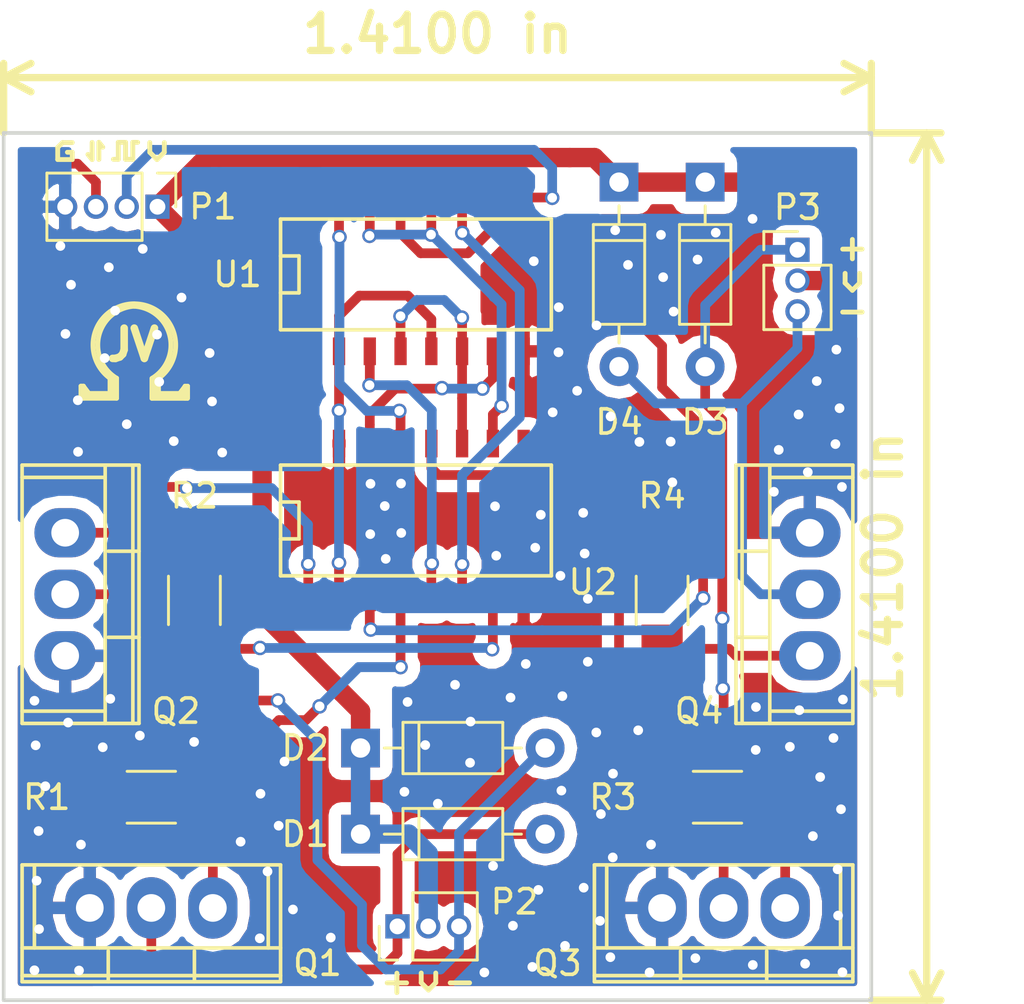
<source format=kicad_pcb>
(kicad_pcb (version 4) (host pcbnew 4.0.1-stable)

  (general
    (links 46)
    (no_connects 2)
    (area 213.528 112.466 259.968 155.476333)
    (thickness 1.6)
    (drawings 68)
    (tracks 407)
    (zones 0)
    (modules 17)
    (nets 25)
  )

  (page A4)
  (layers
    (0 F.Cu signal hide)
    (31 B.Cu signal hide)
    (32 B.Adhes user)
    (33 F.Adhes user)
    (34 B.Paste user)
    (35 F.Paste user)
    (36 B.SilkS user)
    (37 F.SilkS user)
    (38 B.Mask user)
    (39 F.Mask user)
    (40 Dwgs.User user)
    (41 Cmts.User user)
    (42 Eco1.User user)
    (43 Eco2.User user)
    (44 Edge.Cuts user)
    (45 Margin user)
    (46 B.CrtYd user)
    (47 F.CrtYd user)
    (48 B.Fab user)
    (49 F.Fab user hide)
  )

  (setup
    (last_trace_width 0.25)
    (trace_clearance 0.2)
    (zone_clearance 0.508)
    (zone_45_only yes)
    (trace_min 0.2)
    (segment_width 0.2)
    (edge_width 0.15)
    (via_size 0.6)
    (via_drill 0.4)
    (via_min_size 0.4)
    (via_min_drill 0.3)
    (uvia_size 0.3)
    (uvia_drill 0.1)
    (uvias_allowed no)
    (uvia_min_size 0.2)
    (uvia_min_drill 0.1)
    (pcb_text_width 0.3)
    (pcb_text_size 1.5 1.5)
    (mod_edge_width 0.15)
    (mod_text_size 1 1)
    (mod_text_width 0.15)
    (pad_size 1.524 1.524)
    (pad_drill 0.762)
    (pad_to_mask_clearance 0.2)
    (aux_axis_origin 0 0)
    (visible_elements 7FFEF7FF)
    (pcbplotparams
      (layerselection 0x010f0_80000001)
      (usegerberextensions false)
      (excludeedgelayer false)
      (linewidth 0.100000)
      (plotframeref false)
      (viasonmask false)
      (mode 1)
      (useauxorigin false)
      (hpglpennumber 1)
      (hpglpenspeed 20)
      (hpglpendiameter 15)
      (hpglpenoverlay 2)
      (psnegative false)
      (psa4output false)
      (plotreference true)
      (plotvalue false)
      (plotinvisibletext false)
      (padsonsilk true)
      (subtractmaskfromsilk false)
      (outputformat 1)
      (mirror false)
      (drillshape 0)
      (scaleselection 1)
      (outputdirectory "Gerber files/"))
  )

  (net 0 "")
  (net 1 GND)
  (net 2 "Net-(Q1-Pad1)")
  (net 3 "Net-(Q2-Pad1)")
  (net 4 "Net-(Q3-Pad1)")
  (net 5 "Net-(Q4-Pad1)")
  (net 6 "Net-(R1-Pad2)")
  (net 7 "Net-(R2-Pad2)")
  (net 8 "Net-(R3-Pad2)")
  (net 9 "Net-(R4-Pad2)")
  (net 10 /B1+)
  (net 11 /B1-)
  (net 12 /A1+)
  (net 13 /A1-)
  (net 14 /CLK)
  (net 15 /A2-)
  (net 16 /A2+)
  (net 17 /B2-)
  (net 18 /B2+)
  (net 19 VCC)
  (net 20 /DIR)
  (net 21 /Coil1+)
  (net 22 /Coil1-)
  (net 23 /Coil2+)
  (net 24 /Coil2-)

  (net_class Default "This is the default net class."
    (clearance 0.2)
    (trace_width 0.25)
    (via_dia 0.6)
    (via_drill 0.4)
    (uvia_dia 0.3)
    (uvia_drill 0.1)
  )

  (net_class "high current wire" ""
    (clearance 0.2)
    (trace_width 0.8)
    (via_dia 0.6)
    (via_drill 0.4)
    (uvia_dia 0.3)
    (uvia_drill 0.1)
    (add_net GND)
    (add_net VCC)
  )

  (net_class "thicker wire" ""
    (clearance 0.2)
    (trace_width 0.4)
    (via_dia 0.6)
    (via_drill 0.4)
    (uvia_dia 0.3)
    (uvia_drill 0.1)
    (add_net /A1+)
    (add_net /A1-)
    (add_net /A2+)
    (add_net /A2-)
    (add_net /B1+)
    (add_net /B1-)
    (add_net /B2+)
    (add_net /B2-)
    (add_net /CLK)
    (add_net /Coil1+)
    (add_net /Coil1-)
    (add_net /Coil2+)
    (add_net /Coil2-)
    (add_net /DIR)
    (add_net "Net-(Q1-Pad1)")
    (add_net "Net-(Q2-Pad1)")
    (add_net "Net-(Q3-Pad1)")
    (add_net "Net-(Q4-Pad1)")
    (add_net "Net-(R1-Pad2)")
    (add_net "Net-(R2-Pad2)")
    (add_net "Net-(R3-Pad2)")
    (add_net "Net-(R4-Pad2)")
  )

  (module SMD_Packages:SO-16-N (layer F.Cu) (tedit 58B398FA) (tstamp 58ABF145)
    (at 230.886 123.444)
    (descr "Module CMS SOJ 16 pins large")
    (tags "CMS SOJ")
    (path /56F9A966)
    (attr smd)
    (fp_text reference U1 (at -7.366 0) (layer F.SilkS)
      (effects (font (size 1 1) (thickness 0.15)))
    )
    (fp_text value 74LS175 (at 0 1.27) (layer F.Fab)
      (effects (font (size 1 1) (thickness 0.15)))
    )
    (fp_line (start -5.588 -0.762) (end -4.826 -0.762) (layer F.SilkS) (width 0.15))
    (fp_line (start -4.826 -0.762) (end -4.826 0.762) (layer F.SilkS) (width 0.15))
    (fp_line (start -4.826 0.762) (end -5.588 0.762) (layer F.SilkS) (width 0.15))
    (fp_line (start 5.588 -2.286) (end 5.588 2.286) (layer F.SilkS) (width 0.15))
    (fp_line (start 5.588 2.286) (end -5.588 2.286) (layer F.SilkS) (width 0.15))
    (fp_line (start -5.588 2.286) (end -5.588 -2.286) (layer F.SilkS) (width 0.15))
    (fp_line (start -5.588 -2.286) (end 5.588 -2.286) (layer F.SilkS) (width 0.15))
    (pad 16 smd rect (at -4.445 -3.175) (size 0.508 1.143) (layers F.Cu F.Paste F.Mask)
      (net 19 VCC))
    (pad 14 smd rect (at -1.905 -3.175) (size 0.508 1.143) (layers F.Cu F.Paste F.Mask)
      (net 17 /B2-))
    (pad 13 smd rect (at -0.635 -3.175) (size 0.508 1.143) (layers F.Cu F.Paste F.Mask)
      (net 15 /A2-))
    (pad 12 smd rect (at 0.635 -3.175) (size 0.508 1.143) (layers F.Cu F.Paste F.Mask)
      (net 17 /B2-))
    (pad 11 smd rect (at 1.905 -3.175) (size 0.508 1.143) (layers F.Cu F.Paste F.Mask)
      (net 16 /A2+))
    (pad 10 smd rect (at 3.175 -3.175) (size 0.508 1.143) (layers F.Cu F.Paste F.Mask)
      (net 15 /A2-))
    (pad 9 smd rect (at 4.445 -3.175) (size 0.508 1.143) (layers F.Cu F.Paste F.Mask)
      (net 14 /CLK))
    (pad 8 smd rect (at 4.445 3.175) (size 0.508 1.143) (layers F.Cu F.Paste F.Mask)
      (net 1 GND))
    (pad 7 smd rect (at 3.175 3.175) (size 0.508 1.143) (layers F.Cu F.Paste F.Mask)
      (net 13 /A1-))
    (pad 6 smd rect (at 1.905 3.175) (size 0.508 1.143) (layers F.Cu F.Paste F.Mask)
      (net 12 /A1+))
    (pad 5 smd rect (at 0.635 3.175) (size 0.508 1.143) (layers F.Cu F.Paste F.Mask)
      (net 10 /B1+))
    (pad 4 smd rect (at -0.635 3.175) (size 0.508 1.143) (layers F.Cu F.Paste F.Mask)
      (net 12 /A1+))
    (pad 3 smd rect (at -1.905 3.175) (size 0.508 1.143) (layers F.Cu F.Paste F.Mask)
      (net 11 /B1-))
    (pad 2 smd rect (at -3.175 3.175) (size 0.508 1.143) (layers F.Cu F.Paste F.Mask)
      (net 10 /B1+))
    (pad 1 smd rect (at -4.445 3.175) (size 0.508 1.143) (layers F.Cu F.Paste F.Mask)
      (net 19 VCC))
    (pad 15 smd rect (at -3.175 -3.175) (size 0.508 1.143) (layers F.Cu F.Paste F.Mask)
      (net 18 /B2+))
    (model SMD_Packages.3dshapes/SO-16-N.wrl
      (at (xyz 0 0 0))
      (scale (xyz 0.5 0.4 0.5))
      (rotate (xyz 0 0 0))
    )
  )

  (module Diodes_ThroughHole:D_DO-35_SOD27_P7.62mm_Horizontal (layer F.Cu) (tedit 58B39A4B) (tstamp 58ABF076)
    (at 228.6 146.558)
    (descr "D, DO-35_SOD27 series, Axial, Horizontal, pin pitch=7.62mm, , length*diameter=4*2mm^2, , http://www.diodes.com/_files/packages/DO-35.pdf")
    (tags "D DO-35_SOD27 series Axial Horizontal pin pitch 7.62mm  length 4mm diameter 2mm")
    (path /56F9D31C)
    (fp_text reference D1 (at -2.286 0 180) (layer F.SilkS)
      (effects (font (size 1 1) (thickness 0.15)))
    )
    (fp_text value 1N4003 (at 3.81 2.06) (layer F.Fab)
      (effects (font (size 1 1) (thickness 0.15)))
    )
    (fp_line (start 1.81 -1) (end 1.81 1) (layer F.Fab) (width 0.1))
    (fp_line (start 1.81 1) (end 5.81 1) (layer F.Fab) (width 0.1))
    (fp_line (start 5.81 1) (end 5.81 -1) (layer F.Fab) (width 0.1))
    (fp_line (start 5.81 -1) (end 1.81 -1) (layer F.Fab) (width 0.1))
    (fp_line (start 0 0) (end 1.81 0) (layer F.Fab) (width 0.1))
    (fp_line (start 7.62 0) (end 5.81 0) (layer F.Fab) (width 0.1))
    (fp_line (start 2.41 -1) (end 2.41 1) (layer F.Fab) (width 0.1))
    (fp_line (start 1.75 -1.06) (end 1.75 1.06) (layer F.SilkS) (width 0.12))
    (fp_line (start 1.75 1.06) (end 5.87 1.06) (layer F.SilkS) (width 0.12))
    (fp_line (start 5.87 1.06) (end 5.87 -1.06) (layer F.SilkS) (width 0.12))
    (fp_line (start 5.87 -1.06) (end 1.75 -1.06) (layer F.SilkS) (width 0.12))
    (fp_line (start 0.98 0) (end 1.75 0) (layer F.SilkS) (width 0.12))
    (fp_line (start 6.64 0) (end 5.87 0) (layer F.SilkS) (width 0.12))
    (fp_line (start 2.41 -1.06) (end 2.41 1.06) (layer F.SilkS) (width 0.12))
    (fp_line (start -1.05 -1.35) (end -1.05 1.35) (layer F.CrtYd) (width 0.05))
    (fp_line (start -1.05 1.35) (end 8.7 1.35) (layer F.CrtYd) (width 0.05))
    (fp_line (start 8.7 1.35) (end 8.7 -1.35) (layer F.CrtYd) (width 0.05))
    (fp_line (start 8.7 -1.35) (end -1.05 -1.35) (layer F.CrtYd) (width 0.05))
    (pad 1 thru_hole rect (at 0 0) (size 1.6 1.6) (drill 0.8) (layers *.Cu *.Mask)
      (net 19 VCC))
    (pad 2 thru_hole oval (at 7.62 0) (size 1.6 1.6) (drill 0.8) (layers *.Cu *.Mask)
      (net 21 /Coil1+))
    (model Diodes_THT.3dshapes/D_DO-35_SOD27_P7.62mm_Horizontal.wrl
      (at (xyz 0 0 0))
      (scale (xyz 0.393701 0.393701 0.393701))
      (rotate (xyz 0 0 0))
    )
  )

  (module Diodes_ThroughHole:D_DO-35_SOD27_P7.62mm_Horizontal (layer F.Cu) (tedit 58B39A4A) (tstamp 58ABF08E)
    (at 228.6 143.002)
    (descr "D, DO-35_SOD27 series, Axial, Horizontal, pin pitch=7.62mm, , length*diameter=4*2mm^2, , http://www.diodes.com/_files/packages/DO-35.pdf")
    (tags "D DO-35_SOD27 series Axial Horizontal pin pitch 7.62mm  length 4mm diameter 2mm")
    (path /571F21B4)
    (fp_text reference D2 (at -2.286 0 180) (layer F.SilkS)
      (effects (font (size 1 1) (thickness 0.15)))
    )
    (fp_text value 1N4003 (at 3.81 2.06) (layer F.Fab)
      (effects (font (size 1 1) (thickness 0.15)))
    )
    (fp_line (start 1.81 -1) (end 1.81 1) (layer F.Fab) (width 0.1))
    (fp_line (start 1.81 1) (end 5.81 1) (layer F.Fab) (width 0.1))
    (fp_line (start 5.81 1) (end 5.81 -1) (layer F.Fab) (width 0.1))
    (fp_line (start 5.81 -1) (end 1.81 -1) (layer F.Fab) (width 0.1))
    (fp_line (start 0 0) (end 1.81 0) (layer F.Fab) (width 0.1))
    (fp_line (start 7.62 0) (end 5.81 0) (layer F.Fab) (width 0.1))
    (fp_line (start 2.41 -1) (end 2.41 1) (layer F.Fab) (width 0.1))
    (fp_line (start 1.75 -1.06) (end 1.75 1.06) (layer F.SilkS) (width 0.12))
    (fp_line (start 1.75 1.06) (end 5.87 1.06) (layer F.SilkS) (width 0.12))
    (fp_line (start 5.87 1.06) (end 5.87 -1.06) (layer F.SilkS) (width 0.12))
    (fp_line (start 5.87 -1.06) (end 1.75 -1.06) (layer F.SilkS) (width 0.12))
    (fp_line (start 0.98 0) (end 1.75 0) (layer F.SilkS) (width 0.12))
    (fp_line (start 6.64 0) (end 5.87 0) (layer F.SilkS) (width 0.12))
    (fp_line (start 2.41 -1.06) (end 2.41 1.06) (layer F.SilkS) (width 0.12))
    (fp_line (start -1.05 -1.35) (end -1.05 1.35) (layer F.CrtYd) (width 0.05))
    (fp_line (start -1.05 1.35) (end 8.7 1.35) (layer F.CrtYd) (width 0.05))
    (fp_line (start 8.7 1.35) (end 8.7 -1.35) (layer F.CrtYd) (width 0.05))
    (fp_line (start 8.7 -1.35) (end -1.05 -1.35) (layer F.CrtYd) (width 0.05))
    (pad 1 thru_hole rect (at 0 0) (size 1.6 1.6) (drill 0.8) (layers *.Cu *.Mask)
      (net 19 VCC))
    (pad 2 thru_hole oval (at 7.62 0) (size 1.6 1.6) (drill 0.8) (layers *.Cu *.Mask)
      (net 22 /Coil1-))
    (model Diodes_THT.3dshapes/D_DO-35_SOD27_P7.62mm_Horizontal.wrl
      (at (xyz 0 0 0))
      (scale (xyz 0.393701 0.393701 0.393701))
      (rotate (xyz 0 0 0))
    )
  )

  (module Diodes_ThroughHole:D_DO-35_SOD27_P7.62mm_Horizontal (layer F.Cu) (tedit 58AFCE58) (tstamp 58ABF0A6)
    (at 242.824 119.634 270)
    (descr "D, DO-35_SOD27 series, Axial, Horizontal, pin pitch=7.62mm, , length*diameter=4*2mm^2, , http://www.diodes.com/_files/packages/DO-35.pdf")
    (tags "D DO-35_SOD27 series Axial Horizontal pin pitch 7.62mm  length 4mm diameter 2mm")
    (path /571F23A9)
    (fp_text reference D3 (at 9.906 0 360) (layer F.SilkS)
      (effects (font (size 1 1) (thickness 0.15)))
    )
    (fp_text value 1N4003 (at 3.81 2.06 270) (layer F.Fab)
      (effects (font (size 1 1) (thickness 0.15)))
    )
    (fp_line (start 1.81 -1) (end 1.81 1) (layer F.Fab) (width 0.1))
    (fp_line (start 1.81 1) (end 5.81 1) (layer F.Fab) (width 0.1))
    (fp_line (start 5.81 1) (end 5.81 -1) (layer F.Fab) (width 0.1))
    (fp_line (start 5.81 -1) (end 1.81 -1) (layer F.Fab) (width 0.1))
    (fp_line (start 0 0) (end 1.81 0) (layer F.Fab) (width 0.1))
    (fp_line (start 7.62 0) (end 5.81 0) (layer F.Fab) (width 0.1))
    (fp_line (start 2.41 -1) (end 2.41 1) (layer F.Fab) (width 0.1))
    (fp_line (start 1.75 -1.06) (end 1.75 1.06) (layer F.SilkS) (width 0.12))
    (fp_line (start 1.75 1.06) (end 5.87 1.06) (layer F.SilkS) (width 0.12))
    (fp_line (start 5.87 1.06) (end 5.87 -1.06) (layer F.SilkS) (width 0.12))
    (fp_line (start 5.87 -1.06) (end 1.75 -1.06) (layer F.SilkS) (width 0.12))
    (fp_line (start 0.98 0) (end 1.75 0) (layer F.SilkS) (width 0.12))
    (fp_line (start 6.64 0) (end 5.87 0) (layer F.SilkS) (width 0.12))
    (fp_line (start 2.41 -1.06) (end 2.41 1.06) (layer F.SilkS) (width 0.12))
    (fp_line (start -1.05 -1.35) (end -1.05 1.35) (layer F.CrtYd) (width 0.05))
    (fp_line (start -1.05 1.35) (end 8.7 1.35) (layer F.CrtYd) (width 0.05))
    (fp_line (start 8.7 1.35) (end 8.7 -1.35) (layer F.CrtYd) (width 0.05))
    (fp_line (start 8.7 -1.35) (end -1.05 -1.35) (layer F.CrtYd) (width 0.05))
    (pad 1 thru_hole rect (at 0 0 270) (size 1.6 1.6) (drill 0.8) (layers *.Cu *.Mask)
      (net 19 VCC))
    (pad 2 thru_hole oval (at 7.62 0 270) (size 1.6 1.6) (drill 0.8) (layers *.Cu *.Mask)
      (net 23 /Coil2+))
    (model Diodes_THT.3dshapes/D_DO-35_SOD27_P7.62mm_Horizontal.wrl
      (at (xyz 0 0 0))
      (scale (xyz 0.393701 0.393701 0.393701))
      (rotate (xyz 0 0 0))
    )
  )

  (module Diodes_ThroughHole:D_DO-35_SOD27_P7.62mm_Horizontal (layer F.Cu) (tedit 58AFCE5B) (tstamp 58ABF0BE)
    (at 239.268 119.634 270)
    (descr "D, DO-35_SOD27 series, Axial, Horizontal, pin pitch=7.62mm, , length*diameter=4*2mm^2, , http://www.diodes.com/_files/packages/DO-35.pdf")
    (tags "D DO-35_SOD27 series Axial Horizontal pin pitch 7.62mm  length 4mm diameter 2mm")
    (path /571F23B1)
    (fp_text reference D4 (at 9.906 0 360) (layer F.SilkS)
      (effects (font (size 1 1) (thickness 0.15)))
    )
    (fp_text value 1N4003 (at 3.81 2.06 270) (layer F.Fab)
      (effects (font (size 1 1) (thickness 0.15)))
    )
    (fp_line (start 1.81 -1) (end 1.81 1) (layer F.Fab) (width 0.1))
    (fp_line (start 1.81 1) (end 5.81 1) (layer F.Fab) (width 0.1))
    (fp_line (start 5.81 1) (end 5.81 -1) (layer F.Fab) (width 0.1))
    (fp_line (start 5.81 -1) (end 1.81 -1) (layer F.Fab) (width 0.1))
    (fp_line (start 0 0) (end 1.81 0) (layer F.Fab) (width 0.1))
    (fp_line (start 7.62 0) (end 5.81 0) (layer F.Fab) (width 0.1))
    (fp_line (start 2.41 -1) (end 2.41 1) (layer F.Fab) (width 0.1))
    (fp_line (start 1.75 -1.06) (end 1.75 1.06) (layer F.SilkS) (width 0.12))
    (fp_line (start 1.75 1.06) (end 5.87 1.06) (layer F.SilkS) (width 0.12))
    (fp_line (start 5.87 1.06) (end 5.87 -1.06) (layer F.SilkS) (width 0.12))
    (fp_line (start 5.87 -1.06) (end 1.75 -1.06) (layer F.SilkS) (width 0.12))
    (fp_line (start 0.98 0) (end 1.75 0) (layer F.SilkS) (width 0.12))
    (fp_line (start 6.64 0) (end 5.87 0) (layer F.SilkS) (width 0.12))
    (fp_line (start 2.41 -1.06) (end 2.41 1.06) (layer F.SilkS) (width 0.12))
    (fp_line (start -1.05 -1.35) (end -1.05 1.35) (layer F.CrtYd) (width 0.05))
    (fp_line (start -1.05 1.35) (end 8.7 1.35) (layer F.CrtYd) (width 0.05))
    (fp_line (start 8.7 1.35) (end 8.7 -1.35) (layer F.CrtYd) (width 0.05))
    (fp_line (start 8.7 -1.35) (end -1.05 -1.35) (layer F.CrtYd) (width 0.05))
    (pad 1 thru_hole rect (at 0 0 270) (size 1.6 1.6) (drill 0.8) (layers *.Cu *.Mask)
      (net 19 VCC))
    (pad 2 thru_hole oval (at 7.62 0 270) (size 1.6 1.6) (drill 0.8) (layers *.Cu *.Mask)
      (net 24 /Coil2-))
    (model Diodes_THT.3dshapes/D_DO-35_SOD27_P7.62mm_Horizontal.wrl
      (at (xyz 0 0 0))
      (scale (xyz 0.393701 0.393701 0.393701))
      (rotate (xyz 0 0 0))
    )
  )

  (module Power_Integrations:TO-220 (layer F.Cu) (tedit 58AFCE31) (tstamp 58ABF0DF)
    (at 219.964 149.606 180)
    (descr "Non Isolated JEDEC TO-220 Package")
    (tags "Power Integration YN Package")
    (path /57217636)
    (fp_text reference Q1 (at -6.858 -2.286 180) (layer F.SilkS)
      (effects (font (size 1 1) (thickness 0.15)))
    )
    (fp_text value TIP120 (at 0 -4.318 180) (layer F.Fab)
      (effects (font (size 1 1) (thickness 0.15)))
    )
    (fp_line (start 4.826 -1.651) (end 4.826 1.778) (layer F.SilkS) (width 0.15))
    (fp_line (start -4.826 -1.651) (end -4.826 1.778) (layer F.SilkS) (width 0.15))
    (fp_line (start 5.334 -2.794) (end -5.334 -2.794) (layer F.SilkS) (width 0.15))
    (fp_line (start 1.778 -1.778) (end 1.778 -3.048) (layer F.SilkS) (width 0.15))
    (fp_line (start -1.778 -1.778) (end -1.778 -3.048) (layer F.SilkS) (width 0.15))
    (fp_line (start -5.334 -1.651) (end 5.334 -1.651) (layer F.SilkS) (width 0.15))
    (fp_line (start 5.334 1.778) (end -5.334 1.778) (layer F.SilkS) (width 0.15))
    (fp_line (start -5.334 -3.048) (end -5.334 1.778) (layer F.SilkS) (width 0.15))
    (fp_line (start 5.334 -3.048) (end 5.334 1.778) (layer F.SilkS) (width 0.15))
    (fp_line (start 5.334 -3.048) (end -5.334 -3.048) (layer F.SilkS) (width 0.15))
    (pad 2 thru_hole oval (at 0 0 180) (size 2.032 2.54) (drill 1.143) (layers *.Cu *.Mask)
      (net 21 /Coil1+))
    (pad 3 thru_hole oval (at 2.54 0 180) (size 2.032 2.54) (drill 1.143) (layers *.Cu *.Mask)
      (net 1 GND))
    (pad 1 thru_hole oval (at -2.54 0 180) (size 2.032 2.54) (drill 1.143) (layers *.Cu *.Mask)
      (net 2 "Net-(Q1-Pad1)"))
  )

  (module Power_Integrations:TO-220 (layer F.Cu) (tedit 58B39A61) (tstamp 58ABF0F0)
    (at 216.408 136.652 270)
    (descr "Non Isolated JEDEC TO-220 Package")
    (tags "Power Integration YN Package")
    (path /57217280)
    (fp_text reference Q2 (at 4.826 -4.572 360) (layer F.SilkS)
      (effects (font (size 1 1) (thickness 0.15)))
    )
    (fp_text value TIP120 (at 0 -4.318 270) (layer F.Fab)
      (effects (font (size 1 1) (thickness 0.15)))
    )
    (fp_line (start 4.826 -1.651) (end 4.826 1.778) (layer F.SilkS) (width 0.15))
    (fp_line (start -4.826 -1.651) (end -4.826 1.778) (layer F.SilkS) (width 0.15))
    (fp_line (start 5.334 -2.794) (end -5.334 -2.794) (layer F.SilkS) (width 0.15))
    (fp_line (start 1.778 -1.778) (end 1.778 -3.048) (layer F.SilkS) (width 0.15))
    (fp_line (start -1.778 -1.778) (end -1.778 -3.048) (layer F.SilkS) (width 0.15))
    (fp_line (start -5.334 -1.651) (end 5.334 -1.651) (layer F.SilkS) (width 0.15))
    (fp_line (start 5.334 1.778) (end -5.334 1.778) (layer F.SilkS) (width 0.15))
    (fp_line (start -5.334 -3.048) (end -5.334 1.778) (layer F.SilkS) (width 0.15))
    (fp_line (start 5.334 -3.048) (end 5.334 1.778) (layer F.SilkS) (width 0.15))
    (fp_line (start 5.334 -3.048) (end -5.334 -3.048) (layer F.SilkS) (width 0.15))
    (pad 2 thru_hole oval (at 0 0 270) (size 2.032 2.54) (drill 1.143) (layers *.Cu *.Mask)
      (net 22 /Coil1-))
    (pad 3 thru_hole oval (at 2.54 0 270) (size 2.032 2.54) (drill 1.143) (layers *.Cu *.Mask)
      (net 1 GND))
    (pad 1 thru_hole oval (at -2.54 0 270) (size 2.032 2.54) (drill 1.143) (layers *.Cu *.Mask)
      (net 3 "Net-(Q2-Pad1)"))
  )

  (module Power_Integrations:TO-220 (layer F.Cu) (tedit 58B39A52) (tstamp 58ABF101)
    (at 243.586 149.606 180)
    (descr "Non Isolated JEDEC TO-220 Package")
    (tags "Power Integration YN Package")
    (path /57217303)
    (fp_text reference Q3 (at 6.858 -2.286 360) (layer F.SilkS)
      (effects (font (size 1 1) (thickness 0.15)))
    )
    (fp_text value TIP120 (at 0 -4.318 180) (layer F.Fab)
      (effects (font (size 1 1) (thickness 0.15)))
    )
    (fp_line (start 4.826 -1.651) (end 4.826 1.778) (layer F.SilkS) (width 0.15))
    (fp_line (start -4.826 -1.651) (end -4.826 1.778) (layer F.SilkS) (width 0.15))
    (fp_line (start 5.334 -2.794) (end -5.334 -2.794) (layer F.SilkS) (width 0.15))
    (fp_line (start 1.778 -1.778) (end 1.778 -3.048) (layer F.SilkS) (width 0.15))
    (fp_line (start -1.778 -1.778) (end -1.778 -3.048) (layer F.SilkS) (width 0.15))
    (fp_line (start -5.334 -1.651) (end 5.334 -1.651) (layer F.SilkS) (width 0.15))
    (fp_line (start 5.334 1.778) (end -5.334 1.778) (layer F.SilkS) (width 0.15))
    (fp_line (start -5.334 -3.048) (end -5.334 1.778) (layer F.SilkS) (width 0.15))
    (fp_line (start 5.334 -3.048) (end 5.334 1.778) (layer F.SilkS) (width 0.15))
    (fp_line (start 5.334 -3.048) (end -5.334 -3.048) (layer F.SilkS) (width 0.15))
    (pad 2 thru_hole oval (at 0 0 180) (size 2.032 2.54) (drill 1.143) (layers *.Cu *.Mask)
      (net 23 /Coil2+))
    (pad 3 thru_hole oval (at 2.54 0 180) (size 2.032 2.54) (drill 1.143) (layers *.Cu *.Mask)
      (net 1 GND))
    (pad 1 thru_hole oval (at -2.54 0 180) (size 2.032 2.54) (drill 1.143) (layers *.Cu *.Mask)
      (net 4 "Net-(Q3-Pad1)"))
  )

  (module Power_Integrations:TO-220 (layer F.Cu) (tedit 58AFCE48) (tstamp 58ABF112)
    (at 247.142 136.652 90)
    (descr "Non Isolated JEDEC TO-220 Package")
    (tags "Power Integration YN Package")
    (path /572173B5)
    (fp_text reference Q4 (at -4.826 -4.572 180) (layer F.SilkS)
      (effects (font (size 1 1) (thickness 0.15)))
    )
    (fp_text value TIP120 (at 0 -4.318 90) (layer F.Fab)
      (effects (font (size 1 1) (thickness 0.15)))
    )
    (fp_line (start 4.826 -1.651) (end 4.826 1.778) (layer F.SilkS) (width 0.15))
    (fp_line (start -4.826 -1.651) (end -4.826 1.778) (layer F.SilkS) (width 0.15))
    (fp_line (start 5.334 -2.794) (end -5.334 -2.794) (layer F.SilkS) (width 0.15))
    (fp_line (start 1.778 -1.778) (end 1.778 -3.048) (layer F.SilkS) (width 0.15))
    (fp_line (start -1.778 -1.778) (end -1.778 -3.048) (layer F.SilkS) (width 0.15))
    (fp_line (start -5.334 -1.651) (end 5.334 -1.651) (layer F.SilkS) (width 0.15))
    (fp_line (start 5.334 1.778) (end -5.334 1.778) (layer F.SilkS) (width 0.15))
    (fp_line (start -5.334 -3.048) (end -5.334 1.778) (layer F.SilkS) (width 0.15))
    (fp_line (start 5.334 -3.048) (end 5.334 1.778) (layer F.SilkS) (width 0.15))
    (fp_line (start 5.334 -3.048) (end -5.334 -3.048) (layer F.SilkS) (width 0.15))
    (pad 2 thru_hole oval (at 0 0 90) (size 2.032 2.54) (drill 1.143) (layers *.Cu *.Mask)
      (net 24 /Coil2-))
    (pad 3 thru_hole oval (at 2.54 0 90) (size 2.032 2.54) (drill 1.143) (layers *.Cu *.Mask)
      (net 1 GND))
    (pad 1 thru_hole oval (at -2.54 0 90) (size 2.032 2.54) (drill 1.143) (layers *.Cu *.Mask)
      (net 5 "Net-(Q4-Pad1)"))
  )

  (module Resistors_SMD:R_1206_HandSoldering (layer F.Cu) (tedit 58B39907) (tstamp 58ABF118)
    (at 219.964 145.034)
    (descr "Resistor SMD 1206, hand soldering")
    (tags "resistor 1206")
    (path /571EEB1C)
    (attr smd)
    (fp_text reference R1 (at -4.318 0 180) (layer F.SilkS)
      (effects (font (size 1 1) (thickness 0.15)))
    )
    (fp_text value 180 (at 0 1.9) (layer F.Fab)
      (effects (font (size 1 1) (thickness 0.15)))
    )
    (fp_text user %R (at 0 -1.85) (layer F.Fab)
      (effects (font (size 1 1) (thickness 0.15)))
    )
    (fp_line (start -1.6 0.8) (end -1.6 -0.8) (layer F.Fab) (width 0.1))
    (fp_line (start 1.6 0.8) (end -1.6 0.8) (layer F.Fab) (width 0.1))
    (fp_line (start 1.6 -0.8) (end 1.6 0.8) (layer F.Fab) (width 0.1))
    (fp_line (start -1.6 -0.8) (end 1.6 -0.8) (layer F.Fab) (width 0.1))
    (fp_line (start 1 1.07) (end -1 1.07) (layer F.SilkS) (width 0.12))
    (fp_line (start -1 -1.07) (end 1 -1.07) (layer F.SilkS) (width 0.12))
    (fp_line (start -3.25 -1.11) (end 3.25 -1.11) (layer F.CrtYd) (width 0.05))
    (fp_line (start -3.25 -1.11) (end -3.25 1.1) (layer F.CrtYd) (width 0.05))
    (fp_line (start 3.25 1.1) (end 3.25 -1.11) (layer F.CrtYd) (width 0.05))
    (fp_line (start 3.25 1.1) (end -3.25 1.1) (layer F.CrtYd) (width 0.05))
    (pad 1 smd rect (at -2 0) (size 2 1.7) (layers F.Cu F.Paste F.Mask)
      (net 2 "Net-(Q1-Pad1)"))
    (pad 2 smd rect (at 2 0) (size 2 1.7) (layers F.Cu F.Paste F.Mask)
      (net 6 "Net-(R1-Pad2)"))
    (model Resistors_SMD.3dshapes/R_1206.wrl
      (at (xyz 0 0 0))
      (scale (xyz 1 1 1))
      (rotate (xyz 0 0 0))
    )
  )

  (module Resistors_SMD:R_1206_HandSoldering (layer F.Cu) (tedit 58B39A5C) (tstamp 58ABF11E)
    (at 221.742 136.906 270)
    (descr "Resistor SMD 1206, hand soldering")
    (tags "resistor 1206")
    (path /571EECCE)
    (attr smd)
    (fp_text reference R2 (at -4.318 0 360) (layer F.SilkS)
      (effects (font (size 1 1) (thickness 0.15)))
    )
    (fp_text value 180 (at 0 1.9 270) (layer F.Fab)
      (effects (font (size 1 1) (thickness 0.15)))
    )
    (fp_text user %R (at 0 -1.85 270) (layer F.Fab)
      (effects (font (size 1 1) (thickness 0.15)))
    )
    (fp_line (start -1.6 0.8) (end -1.6 -0.8) (layer F.Fab) (width 0.1))
    (fp_line (start 1.6 0.8) (end -1.6 0.8) (layer F.Fab) (width 0.1))
    (fp_line (start 1.6 -0.8) (end 1.6 0.8) (layer F.Fab) (width 0.1))
    (fp_line (start -1.6 -0.8) (end 1.6 -0.8) (layer F.Fab) (width 0.1))
    (fp_line (start 1 1.07) (end -1 1.07) (layer F.SilkS) (width 0.12))
    (fp_line (start -1 -1.07) (end 1 -1.07) (layer F.SilkS) (width 0.12))
    (fp_line (start -3.25 -1.11) (end 3.25 -1.11) (layer F.CrtYd) (width 0.05))
    (fp_line (start -3.25 -1.11) (end -3.25 1.1) (layer F.CrtYd) (width 0.05))
    (fp_line (start 3.25 1.1) (end 3.25 -1.11) (layer F.CrtYd) (width 0.05))
    (fp_line (start 3.25 1.1) (end -3.25 1.1) (layer F.CrtYd) (width 0.05))
    (pad 1 smd rect (at -2 0 270) (size 2 1.7) (layers F.Cu F.Paste F.Mask)
      (net 3 "Net-(Q2-Pad1)"))
    (pad 2 smd rect (at 2 0 270) (size 2 1.7) (layers F.Cu F.Paste F.Mask)
      (net 7 "Net-(R2-Pad2)"))
    (model Resistors_SMD.3dshapes/R_1206.wrl
      (at (xyz 0 0 0))
      (scale (xyz 1 1 1))
      (rotate (xyz 0 0 0))
    )
  )

  (module Resistors_SMD:R_1206_HandSoldering (layer F.Cu) (tedit 58B39A47) (tstamp 58ABF124)
    (at 243.332 145.034 180)
    (descr "Resistor SMD 1206, hand soldering")
    (tags "resistor 1206")
    (path /571EED22)
    (attr smd)
    (fp_text reference R3 (at 4.318 0 360) (layer F.SilkS)
      (effects (font (size 1 1) (thickness 0.15)))
    )
    (fp_text value 180 (at 0 1.9 180) (layer F.Fab)
      (effects (font (size 1 1) (thickness 0.15)))
    )
    (fp_text user %R (at 0 -1.85 180) (layer F.Fab)
      (effects (font (size 1 1) (thickness 0.15)))
    )
    (fp_line (start -1.6 0.8) (end -1.6 -0.8) (layer F.Fab) (width 0.1))
    (fp_line (start 1.6 0.8) (end -1.6 0.8) (layer F.Fab) (width 0.1))
    (fp_line (start 1.6 -0.8) (end 1.6 0.8) (layer F.Fab) (width 0.1))
    (fp_line (start -1.6 -0.8) (end 1.6 -0.8) (layer F.Fab) (width 0.1))
    (fp_line (start 1 1.07) (end -1 1.07) (layer F.SilkS) (width 0.12))
    (fp_line (start -1 -1.07) (end 1 -1.07) (layer F.SilkS) (width 0.12))
    (fp_line (start -3.25 -1.11) (end 3.25 -1.11) (layer F.CrtYd) (width 0.05))
    (fp_line (start -3.25 -1.11) (end -3.25 1.1) (layer F.CrtYd) (width 0.05))
    (fp_line (start 3.25 1.1) (end 3.25 -1.11) (layer F.CrtYd) (width 0.05))
    (fp_line (start 3.25 1.1) (end -3.25 1.1) (layer F.CrtYd) (width 0.05))
    (pad 1 smd rect (at -2 0 180) (size 2 1.7) (layers F.Cu F.Paste F.Mask)
      (net 4 "Net-(Q3-Pad1)"))
    (pad 2 smd rect (at 2 0 180) (size 2 1.7) (layers F.Cu F.Paste F.Mask)
      (net 8 "Net-(R3-Pad2)"))
    (model Resistors_SMD.3dshapes/R_1206.wrl
      (at (xyz 0 0 0))
      (scale (xyz 1 1 1))
      (rotate (xyz 0 0 0))
    )
  )

  (module Resistors_SMD:R_1206_HandSoldering (layer F.Cu) (tedit 58AFCE4C) (tstamp 58ABF12A)
    (at 241.046 136.906 90)
    (descr "Resistor SMD 1206, hand soldering")
    (tags "resistor 1206")
    (path /571EED28)
    (attr smd)
    (fp_text reference R4 (at 4.318 0 180) (layer F.SilkS)
      (effects (font (size 1 1) (thickness 0.15)))
    )
    (fp_text value 180 (at 0 1.9 90) (layer F.Fab)
      (effects (font (size 1 1) (thickness 0.15)))
    )
    (fp_text user %R (at 0 -1.85 90) (layer F.Fab)
      (effects (font (size 1 1) (thickness 0.15)))
    )
    (fp_line (start -1.6 0.8) (end -1.6 -0.8) (layer F.Fab) (width 0.1))
    (fp_line (start 1.6 0.8) (end -1.6 0.8) (layer F.Fab) (width 0.1))
    (fp_line (start 1.6 -0.8) (end 1.6 0.8) (layer F.Fab) (width 0.1))
    (fp_line (start -1.6 -0.8) (end 1.6 -0.8) (layer F.Fab) (width 0.1))
    (fp_line (start 1 1.07) (end -1 1.07) (layer F.SilkS) (width 0.12))
    (fp_line (start -1 -1.07) (end 1 -1.07) (layer F.SilkS) (width 0.12))
    (fp_line (start -3.25 -1.11) (end 3.25 -1.11) (layer F.CrtYd) (width 0.05))
    (fp_line (start -3.25 -1.11) (end -3.25 1.1) (layer F.CrtYd) (width 0.05))
    (fp_line (start 3.25 1.1) (end 3.25 -1.11) (layer F.CrtYd) (width 0.05))
    (fp_line (start 3.25 1.1) (end -3.25 1.1) (layer F.CrtYd) (width 0.05))
    (pad 1 smd rect (at -2 0 90) (size 2 1.7) (layers F.Cu F.Paste F.Mask)
      (net 5 "Net-(Q4-Pad1)"))
    (pad 2 smd rect (at 2 0 90) (size 2 1.7) (layers F.Cu F.Paste F.Mask)
      (net 9 "Net-(R4-Pad2)"))
    (model Resistors_SMD.3dshapes/R_1206.wrl
      (at (xyz 0 0 0))
      (scale (xyz 1 1 1))
      (rotate (xyz 0 0 0))
    )
  )

  (module SMD_Packages:SO-16-N (layer F.Cu) (tedit 58AFCED9) (tstamp 58ABF160)
    (at 230.886 133.604)
    (descr "Module CMS SOJ 16 pins large")
    (tags "CMS SOJ")
    (path /571E5331)
    (attr smd)
    (fp_text reference U2 (at 7.304 2.546) (layer F.SilkS)
      (effects (font (size 1 1) (thickness 0.15)))
    )
    (fp_text value 74LS157 (at 0 1.27) (layer F.Fab)
      (effects (font (size 1 1) (thickness 0.15)))
    )
    (fp_line (start -5.588 -0.762) (end -4.826 -0.762) (layer F.SilkS) (width 0.15))
    (fp_line (start -4.826 -0.762) (end -4.826 0.762) (layer F.SilkS) (width 0.15))
    (fp_line (start -4.826 0.762) (end -5.588 0.762) (layer F.SilkS) (width 0.15))
    (fp_line (start 5.588 -2.286) (end 5.588 2.286) (layer F.SilkS) (width 0.15))
    (fp_line (start 5.588 2.286) (end -5.588 2.286) (layer F.SilkS) (width 0.15))
    (fp_line (start -5.588 2.286) (end -5.588 -2.286) (layer F.SilkS) (width 0.15))
    (fp_line (start -5.588 -2.286) (end 5.588 -2.286) (layer F.SilkS) (width 0.15))
    (pad 16 smd rect (at -4.445 -3.175) (size 0.508 1.143) (layers F.Cu F.Paste F.Mask)
      (net 19 VCC))
    (pad 14 smd rect (at -1.905 -3.175) (size 0.508 1.143) (layers F.Cu F.Paste F.Mask)
      (net 13 /A1-))
    (pad 13 smd rect (at -0.635 -3.175) (size 0.508 1.143) (layers F.Cu F.Paste F.Mask)
      (net 18 /B2+))
    (pad 12 smd rect (at 0.635 -3.175) (size 0.508 1.143) (layers F.Cu F.Paste F.Mask)
      (net 8 "Net-(R3-Pad2)"))
    (pad 11 smd rect (at 1.905 -3.175) (size 0.508 1.143) (layers F.Cu F.Paste F.Mask)
      (net 12 /A1+))
    (pad 10 smd rect (at 3.175 -3.175) (size 0.508 1.143) (layers F.Cu F.Paste F.Mask)
      (net 17 /B2-))
    (pad 9 smd rect (at 4.445 -3.175) (size 0.508 1.143) (layers F.Cu F.Paste F.Mask)
      (net 9 "Net-(R4-Pad2)"))
    (pad 8 smd rect (at 4.445 3.175) (size 0.508 1.143) (layers F.Cu F.Paste F.Mask)
      (net 1 GND))
    (pad 7 smd rect (at 3.175 3.175) (size 0.508 1.143) (layers F.Cu F.Paste F.Mask)
      (net 7 "Net-(R2-Pad2)"))
    (pad 6 smd rect (at 1.905 3.175) (size 0.508 1.143) (layers F.Cu F.Paste F.Mask)
      (net 16 /A2+))
    (pad 5 smd rect (at 0.635 3.175) (size 0.508 1.143) (layers F.Cu F.Paste F.Mask)
      (net 11 /B1-))
    (pad 4 smd rect (at -0.635 3.175) (size 0.508 1.143) (layers F.Cu F.Paste F.Mask)
      (net 6 "Net-(R1-Pad2)"))
    (pad 3 smd rect (at -1.905 3.175) (size 0.508 1.143) (layers F.Cu F.Paste F.Mask)
      (net 15 /A2-))
    (pad 2 smd rect (at -3.175 3.175) (size 0.508 1.143) (layers F.Cu F.Paste F.Mask)
      (net 10 /B1+))
    (pad 1 smd rect (at -4.445 3.175) (size 0.508 1.143) (layers F.Cu F.Paste F.Mask)
      (net 20 /DIR))
    (pad 15 smd rect (at -3.175 -3.175) (size 0.508 1.143) (layers F.Cu F.Paste F.Mask)
      (net 1 GND))
    (model SMD_Packages.3dshapes/SO-16-N.wrl
      (at (xyz 0 0 0))
      (scale (xyz 0.5 0.4 0.5))
      (rotate (xyz 0 0 0))
    )
  )

  (module Pin_Headers:Pin_Header_Straight_1x04_Pitch1.27mm (layer F.Cu) (tedit 58B3BA89) (tstamp 58B0F335)
    (at 220.218 120.65 270)
    (descr "Through hole straight pin header, 1x04, 1.27mm pitch, single row")
    (tags "Through hole pin header THT 1x04 1.27mm single row")
    (path /58AC3CBE)
    (fp_text reference P1 (at 0 -2.286 360) (layer F.SilkS)
      (effects (font (size 1 1) (thickness 0.15)))
    )
    (fp_text value CONN_01X04 (at 0 5.565 270) (layer F.Fab)
      (effects (font (size 1 1) (thickness 0.15)))
    )
    (fp_line (start -1.27 -0.635) (end -1.27 4.445) (layer F.Fab) (width 0.1))
    (fp_line (start -1.27 4.445) (end 1.27 4.445) (layer F.Fab) (width 0.1))
    (fp_line (start 1.27 4.445) (end 1.27 -0.635) (layer F.Fab) (width 0.1))
    (fp_line (start 1.27 -0.635) (end -1.27 -0.635) (layer F.Fab) (width 0.1))
    (fp_line (start -1.39 0.635) (end -1.39 4.565) (layer F.SilkS) (width 0.12))
    (fp_line (start -1.39 4.565) (end 1.39 4.565) (layer F.SilkS) (width 0.12))
    (fp_line (start 1.39 4.565) (end 1.39 0.635) (layer F.SilkS) (width 0.12))
    (fp_line (start 1.39 0.635) (end -1.39 0.635) (layer F.SilkS) (width 0.12))
    (fp_line (start -1.39 0) (end -1.39 -0.755) (layer F.SilkS) (width 0.12))
    (fp_line (start -1.39 -0.755) (end 0 -0.755) (layer F.SilkS) (width 0.12))
    (fp_line (start -1.6 -0.9) (end -1.6 4.7) (layer F.CrtYd) (width 0.05))
    (fp_line (start -1.6 4.7) (end 1.6 4.7) (layer F.CrtYd) (width 0.05))
    (fp_line (start 1.6 4.7) (end 1.6 -0.9) (layer F.CrtYd) (width 0.05))
    (fp_line (start 1.6 -0.9) (end -1.6 -0.9) (layer F.CrtYd) (width 0.05))
    (pad 1 thru_hole rect (at 0 0 270) (size 1 1) (drill 0.65) (layers *.Cu *.Mask)
      (net 19 VCC))
    (pad 2 thru_hole oval (at 0 1.27 270) (size 1 1) (drill 0.65) (layers *.Cu *.Mask)
      (net 14 /CLK))
    (pad 3 thru_hole oval (at 0 2.54 270) (size 1 1) (drill 0.65) (layers *.Cu *.Mask)
      (net 20 /DIR))
    (pad 4 thru_hole oval (at 0 3.81 270) (size 1 1) (drill 0.65) (layers *.Cu *.Mask)
      (net 1 GND))
    (model Pin_Headers.3dshapes/Pin_Header_Straight_1x04_Pitch1.27mm.wrl
      (at (xyz 0 0 0))
      (scale (xyz 1 1 1))
      (rotate (xyz 0 0 0))
    )
  )

  (module Pin_Headers:Pin_Header_Straight_1x03_Pitch1.27mm (layer F.Cu) (tedit 5862ED59) (tstamp 58B3969E)
    (at 246.634 122.428)
    (descr "Through hole straight pin header, 1x03, 1.27mm pitch, single row")
    (tags "Through hole pin header THT 1x03 1.27mm single row")
    (path /58B39702)
    (fp_text reference P3 (at 0 -1.755) (layer F.SilkS)
      (effects (font (size 1 1) (thickness 0.15)))
    )
    (fp_text value CONN_01X03 (at 0 4.295) (layer F.Fab)
      (effects (font (size 1 1) (thickness 0.15)))
    )
    (fp_line (start -1.27 -0.635) (end -1.27 3.175) (layer F.Fab) (width 0.1))
    (fp_line (start -1.27 3.175) (end 1.27 3.175) (layer F.Fab) (width 0.1))
    (fp_line (start 1.27 3.175) (end 1.27 -0.635) (layer F.Fab) (width 0.1))
    (fp_line (start 1.27 -0.635) (end -1.27 -0.635) (layer F.Fab) (width 0.1))
    (fp_line (start -1.39 0.635) (end -1.39 3.295) (layer F.SilkS) (width 0.12))
    (fp_line (start -1.39 3.295) (end 1.39 3.295) (layer F.SilkS) (width 0.12))
    (fp_line (start 1.39 3.295) (end 1.39 0.635) (layer F.SilkS) (width 0.12))
    (fp_line (start 1.39 0.635) (end -1.39 0.635) (layer F.SilkS) (width 0.12))
    (fp_line (start -1.39 0) (end -1.39 -0.755) (layer F.SilkS) (width 0.12))
    (fp_line (start -1.39 -0.755) (end 0 -0.755) (layer F.SilkS) (width 0.12))
    (fp_line (start -1.6 -0.9) (end -1.6 3.5) (layer F.CrtYd) (width 0.05))
    (fp_line (start -1.6 3.5) (end 1.6 3.5) (layer F.CrtYd) (width 0.05))
    (fp_line (start 1.6 3.5) (end 1.6 -0.9) (layer F.CrtYd) (width 0.05))
    (fp_line (start 1.6 -0.9) (end -1.6 -0.9) (layer F.CrtYd) (width 0.05))
    (pad 1 thru_hole rect (at 0 0) (size 1 1) (drill 0.65) (layers *.Cu *.Mask)
      (net 23 /Coil2+))
    (pad 2 thru_hole oval (at 0 1.27) (size 1 1) (drill 0.65) (layers *.Cu *.Mask)
      (net 19 VCC))
    (pad 3 thru_hole oval (at 0 2.54) (size 1 1) (drill 0.65) (layers *.Cu *.Mask)
      (net 24 /Coil2-))
    (model Pin_Headers.3dshapes/Pin_Header_Straight_1x03_Pitch1.27mm.wrl
      (at (xyz 0 0 0))
      (scale (xyz 1 1 1))
      (rotate (xyz 0 0 0))
    )
  )

  (module Pin_Headers:Pin_Header_Straight_1x03_Pitch1.27mm (layer F.Cu) (tedit 58B39A55) (tstamp 58B0F33F)
    (at 230.124 150.368 90)
    (descr "Through hole straight pin header, 1x03, 1.27mm pitch, single row")
    (tags "Through hole pin header THT 1x03 1.27mm single row")
    (path /58B396A2)
    (fp_text reference P2 (at 1.016 4.826 180) (layer F.SilkS)
      (effects (font (size 1 1) (thickness 0.15)))
    )
    (fp_text value CONN_01X03 (at 0 4.295 90) (layer F.Fab)
      (effects (font (size 1 1) (thickness 0.15)))
    )
    (fp_line (start -1.27 -0.635) (end -1.27 3.175) (layer F.Fab) (width 0.1))
    (fp_line (start -1.27 3.175) (end 1.27 3.175) (layer F.Fab) (width 0.1))
    (fp_line (start 1.27 3.175) (end 1.27 -0.635) (layer F.Fab) (width 0.1))
    (fp_line (start 1.27 -0.635) (end -1.27 -0.635) (layer F.Fab) (width 0.1))
    (fp_line (start -1.39 0.635) (end -1.39 3.295) (layer F.SilkS) (width 0.12))
    (fp_line (start -1.39 3.295) (end 1.39 3.295) (layer F.SilkS) (width 0.12))
    (fp_line (start 1.39 3.295) (end 1.39 0.635) (layer F.SilkS) (width 0.12))
    (fp_line (start 1.39 0.635) (end -1.39 0.635) (layer F.SilkS) (width 0.12))
    (fp_line (start -1.39 0) (end -1.39 -0.755) (layer F.SilkS) (width 0.12))
    (fp_line (start -1.39 -0.755) (end 0 -0.755) (layer F.SilkS) (width 0.12))
    (fp_line (start -1.6 -0.9) (end -1.6 3.5) (layer F.CrtYd) (width 0.05))
    (fp_line (start -1.6 3.5) (end 1.6 3.5) (layer F.CrtYd) (width 0.05))
    (fp_line (start 1.6 3.5) (end 1.6 -0.9) (layer F.CrtYd) (width 0.05))
    (fp_line (start 1.6 -0.9) (end -1.6 -0.9) (layer F.CrtYd) (width 0.05))
    (pad 1 thru_hole rect (at 0 0 90) (size 1 1) (drill 0.65) (layers *.Cu *.Mask)
      (net 21 /Coil1+))
    (pad 2 thru_hole oval (at 0 1.27 90) (size 1 1) (drill 0.65) (layers *.Cu *.Mask)
      (net 19 VCC))
    (pad 3 thru_hole oval (at 0 2.54 90) (size 1 1) (drill 0.65) (layers *.Cu *.Mask)
      (net 22 /Coil1-))
    (model Pin_Headers.3dshapes/Pin_Header_Straight_1x03_Pitch1.27mm.wrl
      (at (xyz 0 0 0))
      (scale (xyz 1 1 1))
      (rotate (xyz 0 0 0))
    )
  )

  (gr_line (start 219.2 117.99) (end 219.4 117.99) (layer F.SilkS) (width 0.2))
  (gr_line (start 219.2 118.69) (end 219.2 117.99) (layer F.SilkS) (width 0.2))
  (gr_line (start 218.9 118.69) (end 219.2 118.69) (layer F.SilkS) (width 0.2))
  (gr_line (start 218.9 117.99) (end 218.9 118.69) (layer F.SilkS) (width 0.2))
  (gr_line (start 218.6 117.99) (end 218.9 117.99) (layer F.SilkS) (width 0.2))
  (gr_line (start 218.6 118.69) (end 218.6 117.99) (layer F.SilkS) (width 0.2))
  (gr_line (start 218.4 118.69) (end 218.6 118.69) (layer F.SilkS) (width 0.2))
  (gr_line (start 216.7 118.4) (end 216.5 118.4) (layer F.SilkS) (width 0.2))
  (gr_line (start 216.7 118.7) (end 216.7 118.4) (layer F.SilkS) (width 0.2))
  (gr_line (start 216.1 118.7) (end 216.7 118.7) (layer F.SilkS) (width 0.2))
  (gr_line (start 216.1 118.2) (end 216.1 118.7) (layer F.SilkS) (width 0.2))
  (gr_line (start 216.3 118) (end 216.1 118.2) (layer F.SilkS) (width 0.2))
  (gr_line (start 216.7 118) (end 216.3 118) (layer F.SilkS) (width 0.2))
  (gr_line (start 217.35 118.49) (end 217.52 118.7) (layer F.SilkS) (width 0.2))
  (gr_line (start 217.52 118.695154) (end 217.52 117.995154) (layer F.SilkS) (width 0.2))
  (gr_line (start 217.8 117.99) (end 217.96 118.19) (layer F.SilkS) (width 0.2))
  (gr_line (start 217.8 118.695154) (end 217.8 117.995154) (layer F.SilkS) (width 0.2))
  (gr_line (start 219.9 118.4) (end 219.9 118) (layer F.SilkS) (width 0.2) (tstamp 58E06B7A))
  (gr_line (start 220.5 118) (end 220.5 118.4) (layer F.SilkS) (width 0.2) (tstamp 58E06B79))
  (gr_line (start 220.5 118.4) (end 220.2 118.7) (layer F.SilkS) (width 0.2) (tstamp 58E06B78))
  (gr_line (start 220.2 118.7) (end 219.9 118.4) (layer F.SilkS) (width 0.2) (tstamp 58E06B77))
  (gr_line (start 219.99 128.36) (end 221.45 128.36) (layer F.SilkS) (width 0.2) (tstamp 58E06AAD))
  (gr_line (start 218.529902 128.36) (end 217.069902 128.36) (layer F.SilkS) (width 0.2) (tstamp 58E06AA2))
  (gr_line (start 218.26 127.78) (end 218.26 128.46) (layer F.SilkS) (width 0.2) (tstamp 58E06A93))
  (gr_line (start 220.26 128.54) (end 220.26 127.8) (layer F.SilkS) (width 0.2) (tstamp 58E06A7C))
  (gr_line (start 221.06 128.46) (end 221.36 128.06) (layer F.SilkS) (width 0.2))
  (gr_line (start 217.46 128.46) (end 217.16 128.06) (layer F.SilkS) (width 0.2))
  (gr_line (start 217.159902 128.057546) (end 217.059902 128.057546) (layer F.SilkS) (width 0.2) (tstamp 58E06961))
  (gr_line (start 218.529902 128.457546) (end 218.529902 128.557546) (layer F.SilkS) (width 0.2) (tstamp 58E06960))
  (gr_line (start 218.529902 128.557546) (end 217.069902 128.557546) (layer F.SilkS) (width 0.2) (tstamp 58E0695F))
  (gr_line (start 218.529902 128.457546) (end 217.069902 128.457546) (layer F.SilkS) (width 0.2) (tstamp 58E0695E))
  (gr_line (start 217.059902 128.557546) (end 217.059902 128.057546) (layer F.SilkS) (width 0.2) (tstamp 58E0695D))
  (gr_line (start 217.159902 128.557546) (end 217.159902 128.057546) (layer F.SilkS) (width 0.2) (tstamp 58E0695C))
  (gr_line (start 221.36 128.56) (end 221.36 128.06) (layer F.SilkS) (width 0.2) (tstamp 58E06940))
  (gr_line (start 221.36 128.06) (end 221.46 128.06) (layer F.SilkS) (width 0.2) (tstamp 58E06933))
  (gr_line (start 219.99 128.56) (end 221.45 128.56) (layer F.SilkS) (width 0.2) (tstamp 58E068EE))
  (gr_line (start 221.46 128.56) (end 221.46 128.06) (layer F.SilkS) (width 0.2))
  (gr_line (start 219.99 128.46) (end 221.45 128.46) (layer F.SilkS) (width 0.2))
  (gr_line (start 218.53 128.44) (end 218.53 127.73) (layer F.SilkS) (width 0.2) (tstamp 58E068B0))
  (gr_line (start 218.43 127.75) (end 218.43 128.43) (layer F.SilkS) (width 0.2) (tstamp 58E068AF))
  (gr_line (start 220.09 128.46) (end 220.09 127.72) (layer F.SilkS) (width 0.2) (tstamp 58E06825))
  (gr_line (start 219.99 128.46) (end 219.99 128.56) (layer F.SilkS) (width 0.2) (tstamp 58E06824))
  (gr_line (start 219.99 127.74) (end 219.99 128.46) (layer F.SilkS) (width 0.2) (tstamp 58E06823))
  (gr_arc (start 219.257258 126.357076) (end 219.257258 124.657076) (angle -149) (layer F.SilkS) (width 0.2) (tstamp 58E06754))
  (gr_arc (start 219.357258 126.357076) (end 219.257258 124.757076) (angle -145.4) (layer F.SilkS) (width 0.2) (tstamp 58E06753))
  (gr_arc (start 219.27 126.36) (end 219.27 124.66) (angle 149.0362435) (layer F.SilkS) (width 0.2) (tstamp 58E0668A))
  (gr_arc (start 219.17 126.36) (end 219.27 124.76) (angle 145.4599275) (layer F.SilkS) (width 0.2))
  (gr_text "JV\n" (at 219.2 126.35) (layer F.SilkS)
    (effects (font (size 1.25 1.25) (thickness 0.3125)))
  )
  (gr_line (start 233.1 152.7) (end 232.3 152.7) (angle 90) (layer F.SilkS) (width 0.2) (tstamp 58E062E4))
  (gr_line (start 231.703811 152.293389) (end 231.703811 152.693389) (layer F.SilkS) (width 0.2) (tstamp 58E062E3))
  (gr_line (start 231.403811 152.993389) (end 231.103811 152.693389) (layer F.SilkS) (width 0.2) (tstamp 58E062E2))
  (gr_line (start 230.5 152.7) (end 229.7 152.7) (angle 90) (layer F.SilkS) (width 0.2) (tstamp 58E062E1))
  (gr_line (start 230.1 153.1) (end 230.1 152.3) (angle 90) (layer F.SilkS) (width 0.2) (tstamp 58E062E0))
  (gr_line (start 231.703811 152.693389) (end 231.403811 152.993389) (layer F.SilkS) (width 0.2) (tstamp 58E062DF))
  (gr_line (start 231.103811 152.693389) (end 231.103811 152.293389) (layer F.SilkS) (width 0.2) (tstamp 58E062DE))
  (gr_line (start 248.6 123.8) (end 248.6 123.4) (layer F.SilkS) (width 0.2))
  (gr_line (start 248.9 124.1) (end 248.6 123.8) (layer F.SilkS) (width 0.2))
  (gr_line (start 249.2 123.8) (end 248.9 124.1) (layer F.SilkS) (width 0.2))
  (gr_line (start 249.2 123.4) (end 249.2 123.8) (layer F.SilkS) (width 0.2))
  (gr_line (start 248.9 122.8) (end 248.9 122) (angle 90) (layer F.SilkS) (width 0.2) (tstamp 58E06239))
  (gr_line (start 248.5 125) (end 249.3 125) (angle 90) (layer F.SilkS) (width 0.2))
  (gr_line (start 248.5 122.4) (end 249.3 122.4) (angle 90) (layer F.SilkS) (width 0.2))
  (dimension 35.814 (width 0.3) (layer F.SilkS)
    (gr_text "35.814 mm" (at 253.318 135.509 270) (layer F.SilkS)
      (effects (font (size 1.5 1.5) (thickness 0.3)))
    )
    (feature1 (pts (xy 249.682 153.416) (xy 254.668 153.416)))
    (feature2 (pts (xy 249.682 117.602) (xy 254.668 117.602)))
    (crossbar (pts (xy 251.968 117.602) (xy 251.968 153.416)))
    (arrow1a (pts (xy 251.968 153.416) (xy 251.381579 152.289496)))
    (arrow1b (pts (xy 251.968 153.416) (xy 252.554421 152.289496)))
    (arrow2a (pts (xy 251.968 117.602) (xy 251.381579 118.728504)))
    (arrow2b (pts (xy 251.968 117.602) (xy 252.554421 118.728504)))
  )
  (gr_line (start 213.868 117.602) (end 213.868 153.416) (angle 90) (layer Edge.Cuts) (width 0.15) (tstamp 58AE5F3C))
  (gr_line (start 249.682 117.602) (end 249.682 153.416) (angle 90) (layer Edge.Cuts) (width 0.15))
  (dimension 35.814 (width 0.3) (layer F.SilkS)
    (gr_text "35.814 mm" (at 231.775 113.966) (layer F.SilkS)
      (effects (font (size 1.5 1.5) (thickness 0.3)))
    )
    (feature1 (pts (xy 213.868 117.602) (xy 213.868 112.616)))
    (feature2 (pts (xy 249.682 117.602) (xy 249.682 112.616)))
    (crossbar (pts (xy 249.682 115.316) (xy 213.868 115.316)))
    (arrow1a (pts (xy 213.868 115.316) (xy 214.994504 114.729579)))
    (arrow1b (pts (xy 213.868 115.316) (xy 214.994504 115.902421)))
    (arrow2a (pts (xy 249.682 115.316) (xy 248.555496 114.729579)))
    (arrow2b (pts (xy 249.682 115.316) (xy 248.555496 115.902421)))
  )
  (gr_line (start 249.682 153.416) (end 213.868 153.416) (angle 90) (layer Edge.Cuts) (width 0.15) (tstamp 58AE5EDA))
  (gr_line (start 249.682 117.602) (end 213.868 117.602) (angle 90) (layer Edge.Cuts) (width 0.15))

  (via (at 238.92 129.31) (size 0.6) (drill 0.4) (layers F.Cu B.Cu) (net 0))
  (via (at 237.54 128.25) (size 0.6) (drill 0.4) (layers F.Cu B.Cu) (net 0))
  (via (at 235.75 122.9) (size 0.6) (drill 0.4) (layers F.Cu B.Cu) (net 0))
  (via (at 238.34 125.55) (size 0.6) (drill 0.4) (layers F.Cu B.Cu) (net 0))
  (via (at 241.52 124.98) (size 0.6) (drill 0.4) (layers F.Cu B.Cu) (net 0))
  (via (at 236.78 124.8) (size 0.6) (drill 0.4) (layers F.Cu B.Cu) (net 0))
  (via (at 236.77 126.66) (size 0.6) (drill 0.4) (layers F.Cu B.Cu) (net 0))
  (via (at 240.11 130.36) (size 0.6) (drill 0.4) (layers F.Cu B.Cu) (net 0))
  (via (at 241.47 132.03) (size 0.6) (drill 0.4) (layers F.Cu B.Cu) (net 0))
  (via (at 241.4 130.35) (size 0.6) (drill 0.4) (layers F.Cu B.Cu) (net 0))
  (via (at 236.53 129.14) (size 0.6) (drill 0.4) (layers F.Cu B.Cu) (net 0))
  (via (at 248.47 132.22) (size 0.6) (drill 0.4) (layers F.Cu B.Cu) (net 0))
  (via (at 248.24 126.55) (size 0.6) (drill 0.4) (layers F.Cu B.Cu) (net 0))
  (via (at 242.51 122.83) (size 0.6) (drill 0.4) (layers F.Cu B.Cu) (net 0))
  (via (at 243.26 121.72) (size 0.6) (drill 0.4) (layers F.Cu B.Cu) (net 0))
  (via (at 244.78 121.15) (size 0.6) (drill 0.4) (layers F.Cu B.Cu) (net 0))
  (via (at 241 121.81) (size 0.6) (drill 0.4) (layers F.Cu B.Cu) (net 0))
  (via (at 241.09 123.56) (size 0.6) (drill 0.4) (layers F.Cu B.Cu) (net 0))
  (via (at 239.64 123.05) (size 0.6) (drill 0.4) (layers F.Cu B.Cu) (net 0))
  (via (at 239.11 121.62) (size 0.6) (drill 0.4) (layers F.Cu B.Cu) (net 0))
  (via (at 246.68 129.23) (size 0.6) (drill 0.4) (layers F.Cu B.Cu) (net 0))
  (via (at 248.2 130.45) (size 0.6) (drill 0.4) (layers F.Cu B.Cu) (net 0))
  (via (at 245.86 130.69) (size 0.6) (drill 0.4) (layers F.Cu B.Cu) (net 0))
  (via (at 247.06 131.61) (size 0.6) (drill 0.4) (layers F.Cu B.Cu) (net 0))
  (via (at 245.66 132.42) (size 0.6) (drill 0.4) (layers F.Cu B.Cu) (net 0))
  (via (at 248.37 128.97) (size 0.6) (drill 0.4) (layers F.Cu B.Cu) (net 0))
  (via (at 247.43 127.85) (size 0.6) (drill 0.4) (layers F.Cu B.Cu) (net 0))
  (via (at 237.98 136.84) (size 0.6) (drill 0.4) (layers F.Cu B.Cu) (net 0))
  (via (at 237.79 133.29) (size 0.6) (drill 0.4) (layers F.Cu B.Cu) (net 0))
  (via (at 234.2 135.06) (size 0.6) (drill 0.4) (layers F.Cu B.Cu) (net 0))
  (via (at 234.15 133.02) (size 0.6) (drill 0.4) (layers F.Cu B.Cu) (net 0))
  (via (at 229.6 133.01) (size 0.6) (drill 0.4) (layers F.Cu B.Cu) (net 0))
  (via (at 230.28 134.12) (size 0.6) (drill 0.4) (layers F.Cu B.Cu) (net 0))
  (via (at 229 134.17) (size 0.6) (drill 0.4) (layers F.Cu B.Cu) (net 0))
  (via (at 229.64 135.19) (size 0.6) (drill 0.4) (layers F.Cu B.Cu) (net 0))
  (via (at 230.27 132.08) (size 0.6) (drill 0.4) (layers F.Cu B.Cu) (net 0))
  (via (at 229.01 132.09) (size 0.6) (drill 0.4) (layers F.Cu B.Cu) (net 0))
  (via (at 248.51 141) (size 0.6) (drill 0.4) (layers F.Cu B.Cu) (net 0))
  (via (at 244.91 143.08) (size 0.6) (drill 0.4) (layers F.Cu B.Cu) (net 0))
  (via (at 244.92 141.31) (size 0.6) (drill 0.4) (layers F.Cu B.Cu) (net 0))
  (via (at 235.81 134.73) (size 0.6) (drill 0.4) (layers F.Cu B.Cu) (net 0))
  (via (at 236.04 133.37) (size 0.6) (drill 0.4) (layers F.Cu B.Cu) (net 0))
  (via (at 237.85 134.97) (size 0.6) (drill 0.4) (layers F.Cu B.Cu) (net 0))
  (via (at 236.85 135.89) (size 0.6) (drill 0.4) (layers F.Cu B.Cu) (net 0))
  (via (at 248.49 152.26) (size 0.6) (drill 0.4) (layers F.Cu B.Cu) (net 0))
  (via (at 248.31 149.92) (size 0.6) (drill 0.4) (layers F.Cu B.Cu) (net 0))
  (via (at 248.29 148.01) (size 0.6) (drill 0.4) (layers F.Cu B.Cu) (net 0))
  (via (at 247.27 146.64) (size 0.6) (drill 0.4) (layers F.Cu B.Cu) (net 0))
  (via (at 248.43 145.53) (size 0.6) (drill 0.4) (layers F.Cu B.Cu) (net 0))
  (via (at 247.57 144.2) (size 0.6) (drill 0.4) (layers F.Cu B.Cu) (net 0))
  (via (at 248.12 142.59) (size 0.6) (drill 0.4) (layers F.Cu B.Cu) (net 0))
  (via (at 246.32 142.95) (size 0.6) (drill 0.4) (layers F.Cu B.Cu) (net 0))
  (via (at 246.71 141.44) (size 0.6) (drill 0.4) (layers F.Cu B.Cu) (net 0))
  (via (at 237.81 148.77) (size 0.6) (drill 0.4) (layers F.Cu B.Cu) (net 0))
  (via (at 238.52 145.73) (size 0.6) (drill 0.4) (layers F.Cu B.Cu) (net 0))
  (via (at 239.01 147.52) (size 0.6) (drill 0.4) (layers F.Cu B.Cu) (net 0))
  (via (at 240.59 146.99) (size 0.6) (drill 0.4) (layers F.Cu B.Cu) (net 0))
  (via (at 235.94 148.86) (size 0.6) (drill 0.4) (layers F.Cu B.Cu) (net 0))
  (via (at 234.89 150.34) (size 0.6) (drill 0.4) (layers F.Cu B.Cu) (net 0))
  (via (at 238.91 151.64) (size 0.6) (drill 0.4) (layers F.Cu B.Cu) (net 0))
  (via (at 235.69 152.04) (size 0.6) (drill 0.4) (layers F.Cu B.Cu) (net 0))
  (via (at 237.04 151.17) (size 0.6) (drill 0.4) (layers F.Cu B.Cu) (net 0))
  (via (at 234.07 147.87) (size 0.6) (drill 0.4) (layers F.Cu B.Cu) (net 0))
  (via (at 233.71 152.27) (size 0.6) (drill 0.4) (layers F.Cu B.Cu) (net 0))
  (via (at 240.53 152.27) (size 0.6) (drill 0.4) (layers F.Cu B.Cu) (net 0))
  (via (at 242.42 151.68) (size 0.6) (drill 0.4) (layers F.Cu B.Cu) (net 0))
  (via (at 244.79 151.96) (size 0.6) (drill 0.4) (layers F.Cu B.Cu) (net 0))
  (via (at 246.95 151.91) (size 0.6) (drill 0.4) (layers F.Cu B.Cu) (net 0))
  (via (at 224.47 144.89) (size 0.6) (drill 0.4) (layers F.Cu B.Cu) (net 0))
  (via (at 224.44 150.86) (size 0.6) (drill 0.4) (layers F.Cu B.Cu) (net 0))
  (via (at 227.37 150.83) (size 0.6) (drill 0.4) (layers F.Cu B.Cu) (net 0))
  (via (at 223.65 146.87) (size 0.6) (drill 0.4) (layers F.Cu B.Cu) (net 0))
  (via (at 225.46 143.56) (size 0.6) (drill 0.4) (layers F.Cu B.Cu) (net 0))
  (via (at 234.79 140.92) (size 0.6) (drill 0.4) (layers F.Cu B.Cu) (net 0))
  (via (at 233.14 141.91) (size 0.6) (drill 0.4) (layers F.Cu B.Cu) (net 0))
  (via (at 232.5 140.39) (size 0.6) (drill 0.4) (layers F.Cu B.Cu) (net 0))
  (via (at 233.12 143.61) (size 0.6) (drill 0.4) (layers F.Cu B.Cu) (net 0))
  (via (at 231.27 142.88) (size 0.6) (drill 0.4) (layers F.Cu B.Cu) (net 0))
  (via (at 230.54 141.1) (size 0.6) (drill 0.4) (layers F.Cu B.Cu) (net 0))
  (via (at 230.41 144.81) (size 0.6) (drill 0.4) (layers F.Cu B.Cu) (net 0))
  (via (at 231.79 145.3) (size 0.6) (drill 0.4) (layers F.Cu B.Cu) (net 0))
  (via (at 236.93 140.86) (size 0.6) (drill 0.4) (layers F.Cu B.Cu) (net 0))
  (via (at 235.42 139.53) (size 0.6) (drill 0.4) (layers F.Cu B.Cu) (net 0))
  (via (at 237.98 139.44) (size 0.6) (drill 0.4) (layers F.Cu B.Cu) (net 0))
  (via (at 238.33 142.36) (size 0.6) (drill 0.4) (layers F.Cu B.Cu) (net 0))
  (via (at 239.02 144.06) (size 0.6) (drill 0.4) (layers F.Cu B.Cu) (net 0))
  (via (at 240.06 142.27) (size 0.6) (drill 0.4) (layers F.Cu B.Cu) (net 0))
  (via (at 236.89 144.76) (size 0.6) (drill 0.4) (layers F.Cu B.Cu) (net 0))
  (via (at 238.48 150.14) (size 0.6) (drill 0.4) (layers F.Cu B.Cu) (net 0))
  (via (at 224.76 148.1) (size 0.6) (drill 0.4) (layers F.Cu B.Cu) (net 0))
  (via (at 225.22 146.21) (size 0.6) (drill 0.4) (layers F.Cu B.Cu) (net 0))
  (via (at 218.21 123.15) (size 0.6) (drill 0.4) (layers F.Cu B.Cu) (net 0))
  (via (at 218.47 124.94) (size 0.6) (drill 0.4) (layers F.Cu B.Cu) (net 0))
  (via (at 219.61 122.39) (size 0.6) (drill 0.4) (layers F.Cu B.Cu) (net 0))
  (via (at 216.65 123.87) (size 0.6) (drill 0.4) (layers F.Cu B.Cu) (net 0))
  (via (at 216.21 122.27) (size 0.6) (drill 0.4) (layers F.Cu B.Cu) (net 0))
  (via (at 221.21 124.4) (size 0.6) (drill 0.4) (layers F.Cu B.Cu) (net 0))
  (via (at 220.2 125.93) (size 0.6) (drill 0.4) (layers F.Cu B.Cu) (net 0))
  (via (at 216.42 125.9) (size 0.6) (drill 0.4) (layers F.Cu B.Cu) (net 0))
  (via (at 218.04 126.9) (size 0.6) (drill 0.4) (layers F.Cu B.Cu) (net 0))
  (via (at 216.93 128.64) (size 0.6) (drill 0.4) (layers F.Cu B.Cu) (net 0))
  (via (at 222.37 126.69) (size 0.6) (drill 0.4) (layers F.Cu B.Cu) (net 0))
  (via (at 220.29 127.88) (size 0.6) (drill 0.4) (layers F.Cu B.Cu) (net 0))
  (via (at 222.47 128.69) (size 0.6) (drill 0.4) (layers F.Cu B.Cu) (net 0))
  (via (at 220.89 130.33) (size 0.6) (drill 0.4) (layers F.Cu B.Cu) (net 0))
  (via (at 218.95 129.63) (size 0.6) (drill 0.4) (layers F.Cu B.Cu) (net 0))
  (via (at 216.94 130.77) (size 0.6) (drill 0.4) (layers F.Cu B.Cu) (net 0))
  (via (at 222.89 130.8) (size 0.6) (drill 0.4) (layers F.Cu B.Cu) (net 0))
  (via (at 215.59 144.58) (size 0.6) (drill 0.4) (layers F.Cu B.Cu) (net 0))
  (via (at 215.19 142.89) (size 0.6) (drill 0.4) (layers F.Cu B.Cu) (net 0))
  (via (at 216.53 141.95) (size 0.6) (drill 0.4) (layers F.Cu B.Cu) (net 0))
  (via (at 217.96 142.97) (size 0.6) (drill 0.4) (layers F.Cu B.Cu) (net 0))
  (via (at 219.49 142.49) (size 0.6) (drill 0.4) (layers F.Cu B.Cu) (net 0))
  (via (at 218.27 140.97) (size 0.6) (drill 0.4) (layers F.Cu B.Cu) (net 0))
  (via (at 215.14 141.05) (size 0.6) (drill 0.4) (layers F.Cu B.Cu) (net 0))
  (via (at 221.73 142.75) (size 0.6) (drill 0.4) (layers F.Cu B.Cu) (net 0))
  (via (at 215.31 146.43) (size 0.6) (drill 0.4) (layers F.Cu B.Cu) (net 0))
  (via (at 217.06 146.99) (size 0.6) (drill 0.4) (layers F.Cu B.Cu) (net 0))
  (via (at 215.23 148.48) (size 0.6) (drill 0.4) (layers F.Cu B.Cu) (net 0))
  (via (at 215.33 150.48) (size 0.6) (drill 0.4) (layers F.Cu B.Cu) (net 0))
  (via (at 215.14 152.18) (size 0.6) (drill 0.4) (layers F.Cu B.Cu) (net 0))
  (via (at 216.98 152.19) (size 0.6) (drill 0.4) (layers F.Cu B.Cu) (net 0))
  (via (at 225.81 149.67) (size 0.6) (drill 0.4) (layers F.Cu B.Cu) (net 0))
  (segment (start 217.964 145.034) (end 218.064 145.034) (width 0.4) (layer F.Cu) (net 2))
  (segment (start 218.064 145.034) (end 219.88 146.85) (width 0.4) (layer F.Cu) (net 2) (tstamp 58B0FC0F))
  (segment (start 219.88 146.85) (end 221.78 146.85) (width 0.4) (layer F.Cu) (net 2) (tstamp 58B0FC12))
  (segment (start 221.78 146.85) (end 222.504 147.574) (width 0.4) (layer F.Cu) (net 2) (tstamp 58B0FC16))
  (segment (start 222.504 147.574) (end 222.504 149.606) (width 0.4) (layer F.Cu) (net 2) (tstamp 58B0FC17))
  (segment (start 221.742 134.906) (end 219.566 134.906) (width 0.4) (layer F.Cu) (net 3))
  (segment (start 218.772 134.112) (end 216.408 134.112) (width 0.4) (layer F.Cu) (net 3) (tstamp 58B39B87))
  (segment (start 219.566 134.906) (end 218.772 134.112) (width 0.4) (layer F.Cu) (net 3) (tstamp 58B39B85))
  (segment (start 245.332 145.034) (end 245.332 146.612) (width 0.4) (layer F.Cu) (net 4))
  (segment (start 246.126 147.406) (end 246.126 149.606) (width 0.4) (layer F.Cu) (net 4) (tstamp 58DC6B5F))
  (segment (start 245.332 146.612) (end 246.126 147.406) (width 0.4) (layer F.Cu) (net 4) (tstamp 58DC6B5B))
  (segment (start 241.046 138.906) (end 243.808 138.906) (width 0.4) (layer F.Cu) (net 5))
  (segment (start 244.094 139.192) (end 247.142 139.192) (width 0.4) (layer F.Cu) (net 5) (tstamp 58B0FB08))
  (segment (start 243.808 138.906) (end 244.094 139.192) (width 0.4) (layer F.Cu) (net 5) (tstamp 58B0FB05))
  (segment (start 221.964 145.034) (end 222.046 145.034) (width 0.4) (layer F.Cu) (net 6))
  (segment (start 222.046 145.034) (end 225.23 141.85) (width 0.4) (layer F.Cu) (net 6) (tstamp 58DC6A76))
  (segment (start 228.53 139.66) (end 230.25 139.66) (width 0.4) (layer B.Cu) (net 6) (tstamp 58DC6A91))
  (segment (start 226.91 141.28) (end 228.53 139.66) (width 0.4) (layer B.Cu) (net 6) (tstamp 58DC6A90))
  (via (at 226.91 141.28) (size 0.6) (drill 0.4) (layers F.Cu B.Cu) (net 6))
  (segment (start 226.34 141.85) (end 226.91 141.28) (width 0.4) (layer F.Cu) (net 6) (tstamp 58DC6A8A))
  (segment (start 225.23 141.85) (end 226.34 141.85) (width 0.4) (layer F.Cu) (net 6) (tstamp 58DC6A7C))
  (segment (start 230.251 136.779) (end 230.251 139.659) (width 0.4) (layer F.Cu) (net 6))
  (segment (start 230.251 139.659) (end 230.25 139.66) (width 0.4) (layer F.Cu) (net 6) (tstamp 58DC673B))
  (segment (start 230.25 139.66) (end 230.251 139.659) (width 0.4) (layer F.Cu) (net 6) (tstamp 58DC6734))
  (via (at 230.25 139.66) (size 0.6) (drill 0.4) (layers F.Cu B.Cu) (net 6))
  (segment (start 228.52 139.66) (end 230.25 139.66) (width 0.4) (layer B.Cu) (net 6) (tstamp 58DC672B))
  (segment (start 226.86 141.32) (end 228.52 139.66) (width 0.4) (layer B.Cu) (net 6) (tstamp 58DC672A))
  (segment (start 222.226 145.034) (end 221.964 145.034) (width 0.4) (layer F.Cu) (net 6) (tstamp 58B39B5C))
  (segment (start 221.964 145.034) (end 222.006 145.034) (width 0.4) (layer F.Cu) (net 6))
  (segment (start 224.45 138.87) (end 233.98 138.87) (width 0.4) (layer B.Cu) (net 7))
  (segment (start 234.061 136.779) (end 234.061 138.889) (width 0.4) (layer F.Cu) (net 7) (tstamp 58DB1146))
  (segment (start 234.03 138.92) (end 234.061 138.889) (width 0.4) (layer F.Cu) (net 7) (tstamp 58DB1145))
  (via (at 234.03 138.92) (size 0.6) (drill 0.4) (layers F.Cu B.Cu) (net 7))
  (via (at 224.45 138.87) (size 0.6) (drill 0.4) (layers F.Cu B.Cu) (net 7))
  (segment (start 224.414 138.906) (end 224.45 138.87) (width 0.4) (layer F.Cu) (net 7) (tstamp 58B39B76))
  (segment (start 224.414 138.906) (end 221.742 138.906) (width 0.4) (layer F.Cu) (net 7))
  (segment (start 233.98 138.87) (end 234.03 138.92) (width 0.4) (layer B.Cu) (net 7) (tstamp 58DC66F6))
  (segment (start 239.268 140.26) (end 239.27 140.26) (width 0.4) (layer F.Cu) (net 8))
  (segment (start 241.332 141.462) (end 241.332 145.034) (width 0.4) (layer F.Cu) (net 8) (tstamp 58DC6B75))
  (segment (start 240.78 140.91) (end 241.332 141.462) (width 0.4) (layer F.Cu) (net 8) (tstamp 58DC6B74))
  (segment (start 239.92 140.91) (end 240.78 140.91) (width 0.4) (layer F.Cu) (net 8) (tstamp 58DC6B71))
  (segment (start 239.27 140.26) (end 239.92 140.91) (width 0.4) (layer F.Cu) (net 8) (tstamp 58DC6B70))
  (segment (start 239.268 135.62) (end 239.268 140.26) (width 0.4) (layer F.Cu) (net 8))
  (segment (start 239.268 140.26) (end 239.268 140.268) (width 0.4) (layer F.Cu) (net 8) (tstamp 58DC6B6E))
  (segment (start 231.521 130.429) (end 231.521 131.441) (width 0.4) (layer F.Cu) (net 8))
  (segment (start 239.268 132.848) (end 239.268 134.348) (width 0.4) (layer F.Cu) (net 8) (tstamp 58DB17BC))
  (segment (start 238.15 131.73) (end 239.268 132.848) (width 0.4) (layer F.Cu) (net 8) (tstamp 58DB17BA))
  (segment (start 231.81 131.73) (end 238.15 131.73) (width 0.4) (layer F.Cu) (net 8) (tstamp 58DB17B6))
  (segment (start 231.521 131.441) (end 231.81 131.73) (width 0.4) (layer F.Cu) (net 8) (tstamp 58DB17B4))
  (segment (start 239.268 134.348) (end 239.268 135.62) (width 0.4) (layer F.Cu) (net 8) (tstamp 58DB11B6))
  (segment (start 239.268 135.62) (end 239.268 135.636) (width 0.4) (layer F.Cu) (net 8) (tstamp 58DC669A))
  (segment (start 241.332 145.034) (end 241.046 145.034) (width 0.4) (layer F.Cu) (net 8))
  (segment (start 241.046 134.906) (end 241.046 133.436) (width 0.4) (layer F.Cu) (net 9))
  (segment (start 238.039 130.429) (end 235.331 130.429) (width 0.4) (layer F.Cu) (net 9) (tstamp 58DC665E))
  (segment (start 241.046 133.436) (end 238.039 130.429) (width 0.4) (layer F.Cu) (net 9) (tstamp 58DC665D))
  (segment (start 241.046 134.906) (end 241.046 134.874) (width 0.4) (layer F.Cu) (net 9))
  (segment (start 235.331 130.429) (end 235.331 130.149) (width 0.4) (layer F.Cu) (net 9))
  (segment (start 227.71 135.35) (end 227.71 136.778) (width 0.4) (layer F.Cu) (net 10))
  (segment (start 227.71 136.778) (end 227.711 136.779) (width 0.4) (layer F.Cu) (net 10) (tstamp 58DC6CC3))
  (segment (start 227.711 126.619) (end 227.711 129.069) (width 0.4) (layer F.Cu) (net 10))
  (segment (start 227.71 135.35) (end 227.711 135.351) (width 0.4) (layer F.Cu) (net 10) (tstamp 58DC6CBD))
  (via (at 227.71 135.35) (size 0.6) (drill 0.4) (layers F.Cu B.Cu) (net 10))
  (segment (start 227.71 129.07) (end 227.71 135.35) (width 0.4) (layer B.Cu) (net 10) (tstamp 58DC6CB8))
  (via (at 227.71 129.07) (size 0.6) (drill 0.4) (layers F.Cu B.Cu) (net 10))
  (segment (start 227.711 129.069) (end 227.71 129.07) (width 0.4) (layer F.Cu) (net 10) (tstamp 58DC6CB4))
  (segment (start 227.711 135.391) (end 227.7 135.38) (width 0.4) (layer F.Cu) (net 10) (tstamp 58DC693B))
  (segment (start 228.59 124.32) (end 228.54 124.32) (width 0.4) (layer F.Cu) (net 10))
  (segment (start 227.711 125.149) (end 227.711 126.619) (width 0.4) (layer F.Cu) (net 10) (tstamp 58DC65D9))
  (segment (start 228.54 124.32) (end 227.711 125.149) (width 0.4) (layer F.Cu) (net 10) (tstamp 58DC65D8))
  (segment (start 231.521 126.619) (end 231.521 125.291) (width 0.4) (layer F.Cu) (net 10))
  (segment (start 230.55 124.32) (end 228.59 124.32) (width 0.4) (layer F.Cu) (net 10) (tstamp 58DC65CF))
  (segment (start 228.59 124.32) (end 228.58 124.32) (width 0.4) (layer F.Cu) (net 10) (tstamp 58DC65D6))
  (segment (start 231.521 125.291) (end 230.55 124.32) (width 0.4) (layer F.Cu) (net 10) (tstamp 58DC65CD))
  (segment (start 230.19 128.02) (end 230.51 128.02) (width 0.4) (layer B.Cu) (net 11))
  (segment (start 231.54 129.05) (end 231.54 130.59) (width 0.4) (layer B.Cu) (net 11) (tstamp 58DC6CFB))
  (segment (start 230.51 128.02) (end 231.54 129.05) (width 0.4) (layer B.Cu) (net 11) (tstamp 58DC6CF9))
  (segment (start 228.97 128.02) (end 230.19 128.02) (width 0.4) (layer B.Cu) (net 11))
  (via (at 231.54 135.38) (size 0.6) (drill 0.4) (layers F.Cu B.Cu) (net 11))
  (segment (start 231.54 135.38) (end 231.54 130.59) (width 0.4) (layer B.Cu) (net 11))
  (segment (start 231.521 135.399) (end 231.521 136.779) (width 0.4) (layer F.Cu) (net 11) (tstamp 58DB1282))
  (segment (start 231.54 135.38) (end 231.521 135.399) (width 0.4) (layer F.Cu) (net 11) (tstamp 58DB1281))
  (segment (start 228.97 128.02) (end 228.99 128.02) (width 0.4) (layer B.Cu) (net 11))
  (segment (start 228.981 128.009) (end 228.981 126.619) (width 0.4) (layer F.Cu) (net 11))
  (segment (start 228.981 128.009) (end 228.97 128.02) (width 0.4) (layer F.Cu) (net 11) (tstamp 58B1D4E0))
  (via (at 228.97 128.02) (size 0.6) (drill 0.4) (layers F.Cu B.Cu) (net 11))
  (segment (start 232.791 126.619) (end 232.791 125.241) (width 0.4) (layer F.Cu) (net 12))
  (segment (start 230.251 125.171) (end 230.251 126.619) (width 0.4) (layer F.Cu) (net 12) (tstamp 58DC65C2))
  (segment (start 230.25 125.17) (end 230.251 125.171) (width 0.4) (layer F.Cu) (net 12) (tstamp 58DC65C1))
  (via (at 230.25 125.17) (size 0.6) (drill 0.4) (layers F.Cu B.Cu) (net 12))
  (segment (start 230.92 124.5) (end 230.25 125.17) (width 0.4) (layer B.Cu) (net 12) (tstamp 58DC65BD))
  (segment (start 232.05 124.5) (end 230.92 124.5) (width 0.4) (layer B.Cu) (net 12) (tstamp 58DC65BC))
  (segment (start 232.78 125.23) (end 232.05 124.5) (width 0.4) (layer B.Cu) (net 12) (tstamp 58DC65BB))
  (via (at 232.78 125.23) (size 0.6) (drill 0.4) (layers F.Cu B.Cu) (net 12))
  (segment (start 232.791 125.241) (end 232.78 125.23) (width 0.4) (layer F.Cu) (net 12) (tstamp 58DC65B7))
  (segment (start 232.791 130.429) (end 232.791 128.56) (width 0.4) (layer F.Cu) (net 12))
  (segment (start 232.791 128.56) (end 232.791 126.619) (width 0.4) (layer F.Cu) (net 12) (tstamp 58DB1381))
  (segment (start 233.63 128.16) (end 231.98 128.16) (width 0.4) (layer B.Cu) (net 13))
  (segment (start 230.03 128.16) (end 228.981 129.209) (width 0.4) (layer F.Cu) (net 13) (tstamp 58DB1575))
  (segment (start 228.981 129.209) (end 228.981 129.649) (width 0.4) (layer F.Cu) (net 13) (tstamp 58DB1578))
  (segment (start 228.981 129.649) (end 228.981 130.429) (width 0.4) (layer F.Cu) (net 13) (tstamp 58DB1552))
  (segment (start 231.94 128.16) (end 230.03 128.16) (width 0.4) (layer F.Cu) (net 13) (tstamp 58DC6C23))
  (segment (start 231.96 128.14) (end 231.94 128.16) (width 0.4) (layer F.Cu) (net 13) (tstamp 58DC6C22))
  (via (at 231.96 128.14) (size 0.6) (drill 0.4) (layers F.Cu B.Cu) (net 13))
  (segment (start 231.98 128.16) (end 231.96 128.14) (width 0.4) (layer B.Cu) (net 13) (tstamp 58DC6C1D))
  (segment (start 234.061 127.729) (end 233.63 128.16) (width 0.4) (layer F.Cu) (net 13) (tstamp 58DB1545))
  (via (at 233.63 128.16) (size 0.6) (drill 0.4) (layers F.Cu B.Cu) (net 13))
  (segment (start 233.63 128.16) (end 233.62 128.15) (width 0.4) (layer B.Cu) (net 13) (tstamp 58DB154A))
  (segment (start 234.061 127.729) (end 234.061 126.619) (width 0.4) (layer F.Cu) (net 13))
  (segment (start 235.76 118.3) (end 220.028 118.3) (width 0.4) (layer B.Cu) (net 14))
  (segment (start 235.331 120.269) (end 236.499 120.269) (width 0.4) (layer F.Cu) (net 14))
  (segment (start 236.51 119.05) (end 235.76 118.3) (width 0.4) (layer B.Cu) (net 14) (tstamp 58B0FF3F))
  (segment (start 236.51 120.28) (end 236.51 119.05) (width 0.4) (layer B.Cu) (net 14) (tstamp 58B0FF3E))
  (via (at 236.51 120.28) (size 0.6) (drill 0.4) (layers F.Cu B.Cu) (net 14))
  (segment (start 236.499 120.269) (end 236.51 120.28) (width 0.4) (layer F.Cu) (net 14) (tstamp 58B0FF3B))
  (segment (start 218.948 119.38) (end 218.948 120.65) (width 0.4) (layer B.Cu) (net 14))
  (segment (start 220.028 118.3) (end 218.948 119.38) (width 0.4) (layer B.Cu) (net 14) (tstamp 58B3BAB2))
  (segment (start 242.74 136.81) (end 242.74 129.804) (width 0.4) (layer F.Cu) (net 15))
  (segment (start 242.74 129.804) (end 241.046 128.11) (width 0.4) (layer F.Cu) (net 15) (tstamp 58DC6B9D))
  (segment (start 241.41 138.14) (end 238.13 138.14) (width 0.4) (layer B.Cu) (net 15) (tstamp 58DC6635))
  (segment (start 242.74 136.81) (end 241.41 138.14) (width 0.4) (layer B.Cu) (net 15) (tstamp 58DC6634))
  (via (at 242.74 136.81) (size 0.6) (drill 0.4) (layers F.Cu B.Cu) (net 15))
  (segment (start 234.061 121.551) (end 234.049 121.551) (width 0.4) (layer F.Cu) (net 15))
  (segment (start 230.251 121.741) (end 230.251 120.269) (width 0.4) (layer F.Cu) (net 15) (tstamp 58DC659B))
  (segment (start 231.08 122.57) (end 230.251 121.741) (width 0.4) (layer F.Cu) (net 15) (tstamp 58DC6597))
  (segment (start 233.03 122.57) (end 231.08 122.57) (width 0.4) (layer F.Cu) (net 15) (tstamp 58DC6595))
  (segment (start 234.049 121.551) (end 233.03 122.57) (width 0.4) (layer F.Cu) (net 15) (tstamp 58DC6592))
  (segment (start 234.061 121.551) (end 236.201 121.551) (width 0.4) (layer F.Cu) (net 15))
  (segment (start 236.697 122.047) (end 236.81 122.16) (width 0.4) (layer F.Cu) (net 15) (tstamp 58DC6539))
  (segment (start 236.201 121.551) (end 236.697 122.047) (width 0.4) (layer F.Cu) (net 15) (tstamp 58DC6586))
  (segment (start 234.061 121.51) (end 234.061 121.551) (width 0.4) (layer F.Cu) (net 15) (tstamp 58DC6532))
  (segment (start 234.061 121.51) (end 234.061 120.269) (width 0.4) (layer F.Cu) (net 15))
  (segment (start 236.81 122.16) (end 236.77 122.12) (width 0.4) (layer F.Cu) (net 15) (tstamp 58DC652D))
  (segment (start 241.046 128.11) (end 241.046 126.396) (width 0.4) (layer F.Cu) (net 15) (tstamp 58DC661D))
  (segment (start 239.29 124.64) (end 236.81 122.16) (width 0.4) (layer F.Cu) (net 15) (tstamp 58B1D87B))
  (segment (start 241.046 126.396) (end 239.29 124.64) (width 0.4) (layer F.Cu) (net 15) (tstamp 58B398B4))
  (segment (start 236.09 138.14) (end 238.13 138.14) (width 0.4) (layer B.Cu) (net 15))
  (segment (start 228.981 138.071) (end 229.02 138.11) (width 0.4) (layer F.Cu) (net 15) (tstamp 58B0FECB))
  (via (at 229.02 138.11) (size 0.6) (drill 0.4) (layers F.Cu B.Cu) (net 15))
  (segment (start 229.02 138.11) (end 229.05 138.14) (width 0.4) (layer B.Cu) (net 15) (tstamp 58B0FED5))
  (segment (start 229.05 138.14) (end 236.09 138.14) (width 0.4) (layer B.Cu) (net 15) (tstamp 58B0FED6))
  (segment (start 228.981 136.779) (end 228.981 138.071) (width 0.4) (layer F.Cu) (net 15))
  (segment (start 236.09 138.14) (end 236.11 138.14) (width 0.4) (layer B.Cu) (net 15))
  (segment (start 232.791 136.779) (end 232.791 135.411) (width 0.4) (layer F.Cu) (net 16))
  (segment (start 232.791 121.721) (end 232.791 120.269) (width 0.4) (layer F.Cu) (net 16))
  (segment (start 232.8 121.73) (end 235.17 124.1) (width 0.4) (layer B.Cu) (net 16) (tstamp 58B0FCB8))
  (via (at 232.8 121.73) (size 0.6) (drill 0.4) (layers F.Cu B.Cu) (net 16))
  (segment (start 232.791 121.721) (end 232.8 121.73) (width 0.4) (layer F.Cu) (net 16) (tstamp 58B0FCB2))
  (segment (start 235.17 129.35) (end 235.17 124.1) (width 0.4) (layer B.Cu) (net 16) (tstamp 58DC6445))
  (segment (start 232.79 131.73) (end 235.17 129.35) (width 0.4) (layer B.Cu) (net 16) (tstamp 58DC6440))
  (segment (start 232.79 132.53) (end 232.79 131.73) (width 0.4) (layer B.Cu) (net 16) (tstamp 58DC643B))
  (segment (start 232.79 134.82) (end 232.79 132.53) (width 0.4) (layer B.Cu) (net 16) (tstamp 58DC643A))
  (segment (start 232.79 135.41) (end 232.79 134.82) (width 0.4) (layer B.Cu) (net 16) (tstamp 58DC6439))
  (via (at 232.79 135.41) (size 0.6) (drill 0.4) (layers F.Cu B.Cu) (net 16))
  (segment (start 232.791 135.411) (end 232.79 135.41) (width 0.4) (layer F.Cu) (net 16) (tstamp 58DC6435))
  (segment (start 231.51 121.8) (end 231.54 121.8) (width 0.4) (layer B.Cu) (net 17))
  (segment (start 231.54 121.8) (end 234.12 124.38) (width 0.4) (layer B.Cu) (net 17) (tstamp 58DB1520))
  (segment (start 234.061 130.429) (end 234.061 129.229) (width 0.4) (layer F.Cu) (net 17))
  (segment (start 234.061 129.229) (end 234.42 128.87) (width 0.4) (layer F.Cu) (net 17) (tstamp 58DB150D))
  (via (at 234.42 128.87) (size 0.6) (drill 0.4) (layers F.Cu B.Cu) (net 17))
  (segment (start 234.42 128.87) (end 234.42 124.68) (width 0.4) (layer B.Cu) (net 17) (tstamp 58DB1513))
  (segment (start 234.42 124.68) (end 234.12 124.38) (width 0.4) (layer B.Cu) (net 17) (tstamp 58DB1514))
  (segment (start 234.12 124.38) (end 234.09 124.38) (width 0.4) (layer B.Cu) (net 17) (tstamp 58DB1516))
  (segment (start 228.981 120.269) (end 228.981 121.839) (width 0.4) (layer F.Cu) (net 17))
  (segment (start 229.02 121.8) (end 231.51 121.8) (width 0.4) (layer B.Cu) (net 17) (tstamp 58B0FCD9))
  (segment (start 228.97 121.85) (end 229.02 121.8) (width 0.4) (layer B.Cu) (net 17) (tstamp 58B0FCD8))
  (via (at 228.97 121.85) (size 0.6) (drill 0.4) (layers F.Cu B.Cu) (net 17))
  (segment (start 228.981 121.839) (end 228.97 121.85) (width 0.4) (layer F.Cu) (net 17) (tstamp 58B0FCD0))
  (segment (start 231.521 120.269) (end 231.521 121.789) (width 0.4) (layer F.Cu) (net 17))
  (via (at 231.51 121.8) (size 0.6) (drill 0.4) (layers F.Cu B.Cu) (net 17))
  (segment (start 231.521 121.789) (end 231.51 121.8) (width 0.4) (layer F.Cu) (net 17) (tstamp 58B0FCA2))
  (segment (start 227.73 127.06) (end 227.73 127.95) (width 0.4) (layer B.Cu) (net 18))
  (segment (start 227.73 121.9) (end 227.711 121.881) (width 0.4) (layer F.Cu) (net 18) (tstamp 58B0FD1E))
  (segment (start 227.711 120.269) (end 227.711 121.881) (width 0.4) (layer F.Cu) (net 18) (tstamp 58B0FD1F))
  (via (at 227.73 121.9) (size 0.6) (drill 0.4) (layers F.Cu B.Cu) (net 18))
  (segment (start 227.73 127.06) (end 227.73 121.9) (width 0.4) (layer B.Cu) (net 18) (tstamp 58DC6C75))
  (segment (start 230.251 129.131) (end 230.251 130.429) (width 0.4) (layer F.Cu) (net 18) (tstamp 58DC6CE4))
  (segment (start 230.2 129.08) (end 230.251 129.131) (width 0.4) (layer F.Cu) (net 18) (tstamp 58DC6CE3))
  (via (at 230.2 129.08) (size 0.6) (drill 0.4) (layers F.Cu B.Cu) (net 18))
  (segment (start 228.86 129.08) (end 230.2 129.08) (width 0.4) (layer B.Cu) (net 18) (tstamp 58DC6CD3))
  (segment (start 227.73 127.95) (end 228.86 129.08) (width 0.4) (layer B.Cu) (net 18) (tstamp 58DC6CCB))
  (segment (start 228.6 146.558) (end 230.588 146.558) (width 0.8) (layer B.Cu) (net 19))
  (segment (start 231.394 147.364) (end 231.394 150.368) (width 0.8) (layer B.Cu) (net 19) (tstamp 58DC6B16))
  (segment (start 230.588 146.558) (end 231.394 147.364) (width 0.8) (layer B.Cu) (net 19) (tstamp 58DC6B14))
  (segment (start 246.634 123.698) (end 247.872 123.698) (width 0.8) (layer F.Cu) (net 19))
  (segment (start 247.804 119.634) (end 242.824 119.634) (width 0.8) (layer F.Cu) (net 19) (tstamp 58DC68ED))
  (segment (start 248.53 120.36) (end 247.804 119.634) (width 0.8) (layer F.Cu) (net 19) (tstamp 58DC68E9))
  (segment (start 248.53 123.04) (end 248.53 120.36) (width 0.8) (layer F.Cu) (net 19) (tstamp 58DC68E8))
  (segment (start 247.872 123.698) (end 248.53 123.04) (width 0.8) (layer F.Cu) (net 19) (tstamp 58DC68E6))
  (segment (start 221.488 121.92) (end 221.52 121.92) (width 0.8) (layer F.Cu) (net 19))
  (segment (start 221.52 121.92) (end 224.536 124.936) (width 0.8) (layer F.Cu) (net 19) (tstamp 58DC68C2))
  (segment (start 226.45 118.618) (end 226.45 120.26) (width 0.8) (layer F.Cu) (net 19))
  (segment (start 226.45 120.26) (end 226.441 120.269) (width 0.8) (layer F.Cu) (net 19) (tstamp 58DC68B0))
  (segment (start 220.218 120.65) (end 221.488 121.92) (width 0.8) (layer F.Cu) (net 19))
  (segment (start 220.218 120.65) (end 221.996 118.872) (width 0.8) (layer F.Cu) (net 19))
  (segment (start 221.996 118.872) (end 222.25 118.618) (width 0.8) (layer F.Cu) (net 19) (tstamp 58B3BA57))
  (segment (start 222.25 118.618) (end 222.758 118.618) (width 0.8) (layer F.Cu) (net 19) (tstamp 58B3BA58))
  (segment (start 222.758 118.618) (end 226.45 118.618) (width 0.8) (layer F.Cu) (net 19) (tstamp 58B1D70D))
  (segment (start 226.45 118.618) (end 226.912 118.618) (width 0.8) (layer F.Cu) (net 19) (tstamp 58DC68AE))
  (segment (start 238.252 118.618) (end 239.268 119.634) (width 0.8) (layer F.Cu) (net 19) (tstamp 58B398C6))
  (segment (start 237.236 118.618) (end 238.252 118.618) (width 0.8) (layer F.Cu) (net 19))
  (segment (start 226.912 118.618) (end 237.236 118.618) (width 0.8) (layer F.Cu) (net 19) (tstamp 58DC68AA))
  (segment (start 228.6 143.002) (end 228.6 146.558) (width 0.8) (layer B.Cu) (net 19))
  (segment (start 228.6 143.002) (end 228.6 141.478) (width 0.8) (layer F.Cu) (net 19))
  (segment (start 228.6 141.478) (end 227.838 140.716) (width 0.8) (layer F.Cu) (net 19) (tstamp 58B39994))
  (segment (start 227.838 140.716) (end 224.536 137.414) (width 0.8) (layer F.Cu) (net 19) (tstamp 58B397F1))
  (segment (start 224.536 137.414) (end 224.536 137.16) (width 0.8) (layer F.Cu) (net 19) (tstamp 58B397F2))
  (segment (start 224.536 124.936) (end 224.536 137.16) (width 0.8) (layer F.Cu) (net 19) (tstamp 58DC68CA))
  (segment (start 239.268 119.634) (end 242.824 119.634) (width 0.8) (layer F.Cu) (net 19))
  (segment (start 226.441 126.619) (end 226.441 120.269) (width 0.8) (layer F.Cu) (net 19))
  (segment (start 226.441 130.429) (end 226.441 126.619) (width 0.8) (layer F.Cu) (net 19))
  (segment (start 226.441 136.779) (end 226.441 135.401) (width 0.4) (layer F.Cu) (net 20))
  (via (at 221.43 132.27) (size 0.6) (drill 0.4) (layers F.Cu B.Cu) (net 20))
  (segment (start 214.84 130.7) (end 214.84 126.27) (width 0.4) (layer F.Cu) (net 20) (tstamp 58B1DCD6))
  (segment (start 216.36 132.22) (end 214.84 130.7) (width 0.4) (layer F.Cu) (net 20) (tstamp 58B1DCD4))
  (segment (start 221.38 132.22) (end 216.36 132.22) (width 0.4) (layer F.Cu) (net 20) (tstamp 58B1DCCF))
  (segment (start 221.43 132.27) (end 221.38 132.22) (width 0.4) (layer F.Cu) (net 20) (tstamp 58B1DCCE))
  (segment (start 214.84 126.27) (end 214.84 123.952) (width 0.4) (layer F.Cu) (net 20))
  (segment (start 224.93 132.27) (end 221.43 132.27) (width 0.4) (layer B.Cu) (net 20) (tstamp 58DC697F))
  (segment (start 226.43 133.77) (end 224.93 132.27) (width 0.4) (layer B.Cu) (net 20) (tstamp 58DC697D))
  (segment (start 226.43 135.39) (end 226.43 133.77) (width 0.4) (layer B.Cu) (net 20) (tstamp 58DC6974))
  (segment (start 226.44 135.4) (end 226.43 135.39) (width 0.4) (layer B.Cu) (net 20) (tstamp 58DC6973))
  (via (at 226.44 135.4) (size 0.6) (drill 0.4) (layers F.Cu B.Cu) (net 20))
  (segment (start 226.441 135.401) (end 226.44 135.4) (width 0.4) (layer F.Cu) (net 20) (tstamp 58DC696F))
  (segment (start 214.84 123.952) (end 214.84 119.678) (width 0.4) (layer F.Cu) (net 20))
  (segment (start 217.678 119.634) (end 217.678 120.65) (width 0.4) (layer F.Cu) (net 20) (tstamp 58B3BA7C))
  (segment (start 216.916 118.872) (end 217.678 119.634) (width 0.4) (layer F.Cu) (net 20) (tstamp 58B3BA7B))
  (segment (start 215.646 118.872) (end 216.916 118.872) (width 0.4) (layer F.Cu) (net 20) (tstamp 58B3BA7A))
  (segment (start 214.84 119.678) (end 215.646 118.872) (width 0.4) (layer F.Cu) (net 20) (tstamp 58B3BA79))
  (segment (start 214.84 123.952) (end 214.84 123.91) (width 0.4) (layer F.Cu) (net 20) (tstamp 58B3BA77))
  (segment (start 228.33 152.146) (end 229.444 152.146) (width 0.4) (layer F.Cu) (net 21))
  (segment (start 230.124 151.466) (end 230.124 150.368) (width 0.4) (layer F.Cu) (net 21) (tstamp 58DC6B01))
  (segment (start 229.444 152.146) (end 230.124 151.466) (width 0.4) (layer F.Cu) (net 21) (tstamp 58DC6B00))
  (segment (start 219.964 149.606) (end 219.964 151.454) (width 0.4) (layer F.Cu) (net 21))
  (segment (start 221.742 152.146) (end 226.822 152.146) (width 0.4) (layer F.Cu) (net 21) (tstamp 58B0FAE9))
  (segment (start 226.822 152.146) (end 228.33 152.146) (width 0.4) (layer F.Cu) (net 21))
  (segment (start 228.33 152.146) (end 228.346 152.146) (width 0.4) (layer F.Cu) (net 21) (tstamp 58DC6AFE))
  (segment (start 220.656 152.146) (end 221.742 152.146) (width 0.4) (layer F.Cu) (net 21) (tstamp 58DC6AF7))
  (segment (start 219.964 151.454) (end 220.656 152.146) (width 0.4) (layer F.Cu) (net 21) (tstamp 58DC6AF5))
  (segment (start 236.22 146.558) (end 230.952 146.558) (width 0.4) (layer F.Cu) (net 21))
  (segment (start 230.124 147.386) (end 230.124 150.368) (width 0.4) (layer F.Cu) (net 21) (tstamp 58DC6AD4))
  (segment (start 230.952 146.558) (end 230.124 147.386) (width 0.4) (layer F.Cu) (net 21) (tstamp 58DC6AD0))
  (segment (start 219.964 149.606) (end 219.964 150.368) (width 0.25) (layer F.Cu) (net 21))
  (segment (start 236.22 143.002) (end 236.188 143.002) (width 0.4) (layer B.Cu) (net 22))
  (segment (start 236.188 143.002) (end 232.664 146.526) (width 0.4) (layer B.Cu) (net 22) (tstamp 58DC6E2B))
  (segment (start 228.66 149.47) (end 228.66 151.16) (width 0.4) (layer B.Cu) (net 22))
  (segment (start 228.66 149.47) (end 226.822 147.632) (width 0.4) (layer B.Cu) (net 22) (tstamp 58DC6DEB))
  (segment (start 226.822 145.542) (end 226.822 147.632) (width 0.4) (layer B.Cu) (net 22) (tstamp 58B39B35))
  (segment (start 226.822 142.722) (end 226.822 145.542) (width 0.4) (layer B.Cu) (net 22))
  (segment (start 231.902 152.146) (end 232.664 151.384) (width 0.4) (layer B.Cu) (net 22) (tstamp 58B39B3B))
  (segment (start 232.664 151.384) (end 232.664 150.368) (width 0.4) (layer B.Cu) (net 22) (tstamp 58B39B3C))
  (segment (start 229.646 152.146) (end 231.902 152.146) (width 0.4) (layer B.Cu) (net 22) (tstamp 58DC6E0A))
  (segment (start 228.66 151.16) (end 229.646 152.146) (width 0.4) (layer B.Cu) (net 22) (tstamp 58DC6E09))
  (segment (start 216.408 136.652) (end 218.312 136.652) (width 0.4) (layer F.Cu) (net 22))
  (via (at 225.19 141.04) (size 0.6) (drill 0.4) (layers F.Cu B.Cu) (net 22))
  (segment (start 226.822 142.722) (end 225.36 141.26) (width 0.4) (layer B.Cu) (net 22) (tstamp 58DC67B3))
  (segment (start 220.72 141.04) (end 225.19 141.04) (width 0.4) (layer F.Cu) (net 22))
  (segment (start 220.7 141.02) (end 220.72 141.04) (width 0.4) (layer F.Cu) (net 22) (tstamp 58DC6AAE))
  (segment (start 220.36 141.02) (end 220.7 141.02) (width 0.4) (layer F.Cu) (net 22) (tstamp 58DC6AAD))
  (segment (start 219.34 140) (end 220.36 141.02) (width 0.4) (layer F.Cu) (net 22) (tstamp 58DC6AA8))
  (segment (start 219.34 137.68) (end 219.34 140) (width 0.4) (layer F.Cu) (net 22) (tstamp 58DC6AA6))
  (segment (start 218.312 136.652) (end 219.34 137.68) (width 0.4) (layer F.Cu) (net 22) (tstamp 58DC6AA3))
  (segment (start 226.822 142.672) (end 226.822 142.722) (width 0.4) (layer B.Cu) (net 22) (tstamp 58DC67F9))
  (segment (start 232.664 150.368) (end 232.664 146.526) (width 0.4) (layer B.Cu) (net 22) (tstamp 58B39806))
  (segment (start 243.53 137.66) (end 243.53 129.46) (width 0.4) (layer F.Cu) (net 23))
  (segment (start 242.824 128.754) (end 242.824 127.254) (width 0.4) (layer F.Cu) (net 23) (tstamp 58DC6BAE))
  (segment (start 243.53 129.46) (end 242.824 128.754) (width 0.4) (layer F.Cu) (net 23) (tstamp 58DC6BA4))
  (segment (start 245.11 122.428) (end 242.824 124.714) (width 0.4) (layer B.Cu) (net 23) (tstamp 58B399A3))
  (segment (start 242.824 124.714) (end 242.824 127.254) (width 0.4) (layer B.Cu) (net 23) (tstamp 58B399A4))
  (segment (start 246.634 122.428) (end 245.11 122.428) (width 0.4) (layer B.Cu) (net 23))
  (segment (start 243.586 149.606) (end 243.586 140.576) (width 0.4) (layer F.Cu) (net 23))
  (via (at 243.53 137.66) (size 0.6) (drill 0.4) (layers F.Cu B.Cu) (net 23))
  (segment (start 243.53 140.52) (end 243.53 137.66) (width 0.4) (layer B.Cu) (net 23) (tstamp 58B39BA9))
  (segment (start 243.55 140.54) (end 243.53 140.52) (width 0.4) (layer B.Cu) (net 23) (tstamp 58B39BA8))
  (via (at 243.55 140.54) (size 0.6) (drill 0.4) (layers F.Cu B.Cu) (net 23))
  (segment (start 243.586 140.576) (end 243.55 140.54) (width 0.4) (layer F.Cu) (net 23) (tstamp 58B39B96))
  (segment (start 239.268 127.254) (end 240.787 128.773) (width 0.4) (layer B.Cu) (net 24))
  (segment (start 240.787 128.773) (end 244.353 128.773) (width 0.4) (layer B.Cu) (net 24))
  (segment (start 244.348 128.778) (end 244.353 128.773) (width 0.4) (layer B.Cu) (net 24))
  (segment (start 244.353 128.773) (end 246.634 126.492) (width 0.4) (layer B.Cu) (net 24) (tstamp 58DC69DA))
  (segment (start 246.634 124.968) (end 246.634 126.492) (width 0.4) (layer B.Cu) (net 24) (tstamp 58B399AA))
  (segment (start 244.348 128.778) (end 244.348 132.842) (width 0.4) (layer B.Cu) (net 24))
  (segment (start 245.11 136.652) (end 247.142 136.652) (width 0.4) (layer B.Cu) (net 24) (tstamp 58B399B0))
  (segment (start 244.348 135.89) (end 245.11 136.652) (width 0.4) (layer B.Cu) (net 24) (tstamp 58B399AF))
  (segment (start 244.348 132.842) (end 244.348 135.89) (width 0.4) (layer B.Cu) (net 24) (tstamp 58B399AE))

  (zone (net 1) (net_name GND) (layer B.Cu) (tstamp 58B10080) (hatch edge 0.508)
    (connect_pads (clearance 0.508))
    (min_thickness 0.254)
    (fill yes (arc_segments 16) (thermal_gap 0.508) (thermal_bridge_width 0.508))
    (polygon
      (pts
        (xy 249.428 153.162) (xy 214.122 153.162) (xy 214.122 117.856) (xy 249.428 117.856) (xy 249.428 153.162)
      )
    )
    (filled_polygon
      (pts
        (xy 242.695 138.087578) (xy 242.695 140.160931) (xy 242.615162 140.353201) (xy 242.614838 140.725167) (xy 242.756883 141.068943)
        (xy 243.019673 141.332192) (xy 243.363201 141.474838) (xy 243.735167 141.475162) (xy 244.078943 141.333117) (xy 244.342192 141.070327)
        (xy 244.439078 140.837) (xy 246.820515 140.837) (xy 246.850679 140.843) (xy 247.433321 140.843) (xy 248.065131 140.717325)
        (xy 248.600754 140.359433) (xy 248.958646 139.82381) (xy 248.972 139.756675) (xy 248.972 152.706) (xy 232.522868 152.706)
        (xy 233.254434 151.974434) (xy 233.43544 151.70354) (xy 233.499 151.384) (xy 233.499 151.144261) (xy 233.712603 150.824582)
        (xy 233.799 150.390236) (xy 233.799 150.345764) (xy 233.712603 149.911418) (xy 233.593388 149.733) (xy 239.395 149.733)
        (xy 239.395 149.987) (xy 239.569276 150.609143) (xy 239.96837 151.117236) (xy 240.531523 151.433926) (xy 240.663056 151.465975)
        (xy 240.919 151.346836) (xy 240.919 149.733) (xy 239.395 149.733) (xy 233.593388 149.733) (xy 233.499 149.591739)
        (xy 233.499 149.225) (xy 239.395 149.225) (xy 239.395 149.479) (xy 240.919 149.479) (xy 240.919 147.865164)
        (xy 241.173 147.865164) (xy 241.173 149.479) (xy 241.193 149.479) (xy 241.193 149.733) (xy 241.173 149.733)
        (xy 241.173 151.346836) (xy 241.428944 151.465975) (xy 241.560477 151.433926) (xy 242.12363 151.117236) (xy 242.301946 150.890219)
        (xy 242.418567 151.064754) (xy 242.95419 151.422646) (xy 243.586 151.548321) (xy 244.21781 151.422646) (xy 244.753433 151.064754)
        (xy 244.856 150.911252) (xy 244.958567 151.064754) (xy 245.49419 151.422646) (xy 246.126 151.548321) (xy 246.75781 151.422646)
        (xy 247.293433 151.064754) (xy 247.651325 150.529131) (xy 247.777 149.897321) (xy 247.777 149.314679) (xy 247.651325 148.682869)
        (xy 247.293433 148.147246) (xy 246.75781 147.789354) (xy 246.126 147.663679) (xy 245.49419 147.789354) (xy 244.958567 148.147246)
        (xy 244.856 148.300748) (xy 244.753433 148.147246) (xy 244.21781 147.789354) (xy 243.586 147.663679) (xy 242.95419 147.789354)
        (xy 242.418567 148.147246) (xy 242.301946 148.321781) (xy 242.12363 148.094764) (xy 241.560477 147.778074) (xy 241.428944 147.746025)
        (xy 241.173 147.865164) (xy 240.919 147.865164) (xy 240.663056 147.746025) (xy 240.531523 147.778074) (xy 239.96837 148.094764)
        (xy 239.569276 148.602857) (xy 239.395 149.225) (xy 233.499 149.225) (xy 233.499 146.871868) (xy 233.812868 146.558)
        (xy 234.756887 146.558) (xy 234.86612 147.107151) (xy 235.177189 147.572698) (xy 235.642736 147.883767) (xy 236.191887 147.993)
        (xy 236.248113 147.993) (xy 236.797264 147.883767) (xy 237.262811 147.572698) (xy 237.57388 147.107151) (xy 237.683113 146.558)
        (xy 237.57388 146.008849) (xy 237.262811 145.543302) (xy 236.797264 145.232233) (xy 236.248113 145.123) (xy 236.191887 145.123)
        (xy 235.642736 145.232233) (xy 235.177189 145.543302) (xy 234.86612 146.008849) (xy 234.756887 146.558) (xy 233.812868 146.558)
        (xy 235.976676 144.394192) (xy 236.191887 144.437) (xy 236.248113 144.437) (xy 236.797264 144.327767) (xy 237.262811 144.016698)
        (xy 237.57388 143.551151) (xy 237.683113 143.002) (xy 237.57388 142.452849) (xy 237.262811 141.987302) (xy 236.797264 141.676233)
        (xy 236.248113 141.567) (xy 236.191887 141.567) (xy 235.642736 141.676233) (xy 235.177189 141.987302) (xy 234.86612 142.452849)
        (xy 234.756887 143.002) (xy 234.798405 143.210727) (xy 232.073566 145.935566) (xy 231.892561 146.206459) (xy 231.860641 146.36693)
        (xy 231.319856 145.826144) (xy 230.984077 145.601785) (xy 230.588 145.522999) (xy 230.587995 145.523) (xy 230.003222 145.523)
        (xy 230.003162 145.522683) (xy 229.86409 145.306559) (xy 229.65189 145.161569) (xy 229.635 145.158149) (xy 229.635 144.405222)
        (xy 229.635317 144.405162) (xy 229.851441 144.26609) (xy 229.996431 144.05389) (xy 230.04744 143.802) (xy 230.04744 142.202)
        (xy 230.027 142.093371) (xy 230.027 140.579806) (xy 230.063201 140.594838) (xy 230.435167 140.595162) (xy 230.778943 140.453117)
        (xy 231.042192 140.190327) (xy 231.184838 139.846799) (xy 231.184962 139.705) (xy 233.492494 139.705) (xy 233.499673 139.712192)
        (xy 233.843201 139.854838) (xy 234.215167 139.855162) (xy 234.558943 139.713117) (xy 234.822192 139.450327) (xy 234.964838 139.106799)
        (xy 234.964953 138.975) (xy 241.41 138.975) (xy 241.729541 138.911439) (xy 242.000434 138.730434) (xy 242.679881 138.050987)
      )
    )
    (filled_polygon
      (pts
        (xy 216.543 119.676274) (xy 216.535 119.682046) (xy 216.535 120.523) (xy 216.555 120.523) (xy 216.555 120.567436)
        (xy 216.543 120.627764) (xy 216.543 120.672236) (xy 216.555 120.732564) (xy 216.555 120.777) (xy 216.535 120.777)
        (xy 216.535 121.617954) (xy 216.709874 121.744119) (xy 216.968209 121.637127) (xy 217.033696 121.580549) (xy 217.243654 121.720839)
        (xy 217.678 121.807236) (xy 218.112346 121.720839) (xy 218.313 121.586766) (xy 218.513654 121.720839) (xy 218.948 121.807236)
        (xy 219.382346 121.720839) (xy 219.405759 121.705195) (xy 219.46611 121.746431) (xy 219.718 121.79744) (xy 220.718 121.79744)
        (xy 220.953317 121.753162) (xy 221.169441 121.61409) (xy 221.314431 121.40189) (xy 221.36544 121.15) (xy 221.36544 120.15)
        (xy 221.347 120.052) (xy 221.347 119.135) (xy 235.414132 119.135) (xy 235.675 119.395868) (xy 235.675 119.852766)
        (xy 235.575162 120.093201) (xy 235.574838 120.465167) (xy 235.716883 120.808943) (xy 235.979673 121.072192) (xy 236.323201 121.214838)
        (xy 236.695167 121.215162) (xy 237.038943 121.073117) (xy 237.045071 121.067) (xy 238.396693 121.067) (xy 238.468 121.08144)
        (xy 240.068 121.08144) (xy 240.144742 121.067) (xy 241.952693 121.067) (xy 242.024 121.08144) (xy 243.624 121.08144)
        (xy 243.859317 121.037162) (xy 244.075441 120.89809) (xy 244.220431 120.68589) (xy 244.27144 120.434) (xy 244.27144 118.834)
        (xy 244.227162 118.598683) (xy 244.08809 118.382559) (xy 243.984823 118.312) (xy 248.972 118.312) (xy 248.972 133.606035)
        (xy 248.969926 133.597523) (xy 248.653236 133.03437) (xy 248.145143 132.635276) (xy 247.523 132.461) (xy 247.269 132.461)
        (xy 247.269 133.985) (xy 247.289 133.985) (xy 247.289 134.233) (xy 245.183 134.233) (xy 245.183 133.729056)
        (xy 245.282025 133.729056) (xy 245.401164 133.985) (xy 247.015 133.985) (xy 247.015 132.461) (xy 246.761 132.461)
        (xy 246.138857 132.635276) (xy 245.630764 133.03437) (xy 245.314074 133.597523) (xy 245.282025 133.729056) (xy 245.183 133.729056)
        (xy 245.183 129.123868) (xy 247.224434 127.082434) (xy 247.323307 126.93446) (xy 247.405439 126.811541) (xy 247.469 126.492)
        (xy 247.469 125.755304) (xy 247.704839 125.402346) (xy 247.791236 124.968) (xy 247.704839 124.533654) (xy 247.570766 124.333)
        (xy 247.704839 124.132346) (xy 247.791236 123.698) (xy 247.704839 123.263654) (xy 247.689195 123.240241) (xy 247.730431 123.17989)
        (xy 247.78144 122.928) (xy 247.78144 121.928) (xy 247.737162 121.692683) (xy 247.59809 121.476559) (xy 247.38589 121.331569)
        (xy 247.134 121.28056) (xy 246.134 121.28056) (xy 245.898683 121.324838) (xy 245.682559 121.46391) (xy 245.594356 121.593)
        (xy 245.11 121.593) (xy 244.790459 121.656561) (xy 244.564958 121.807236) (xy 244.519566 121.837566) (xy 242.233566 124.123566)
        (xy 242.052561 124.394459) (xy 241.989 124.714) (xy 241.989 125.813) (xy 239.379169 125.813) (xy 239.268 125.790887)
        (xy 238.718849 125.90012) (xy 238.253302 126.211189) (xy 237.942233 126.676736) (xy 237.833 127.225887) (xy 237.833 127.282113)
        (xy 237.942233 127.831264) (xy 238.253302 128.296811) (xy 238.718849 128.60788) (xy 239.268 128.717113) (xy 239.503418 128.670286)
        (xy 240.196566 129.363434) (xy 240.467459 129.544439) (xy 240.787 129.608) (xy 243.513 129.608) (xy 243.513 135.883)
        (xy 242.945675 135.883) (xy 242.926799 135.875162) (xy 242.554833 135.874838) (xy 242.211057 136.016883) (xy 241.947808 136.279673)
        (xy 241.847222 136.52191) (xy 241.064132 137.305) (xy 229.519482 137.305) (xy 229.206799 137.175162) (xy 228.834833 137.174838)
        (xy 228.491057 137.316883) (xy 228.227808 137.579673) (xy 228.085162 137.923201) (xy 228.085065 138.035) (xy 224.877234 138.035)
        (xy 224.636799 137.935162) (xy 224.264833 137.934838) (xy 223.921057 138.076883) (xy 223.657808 138.339673) (xy 223.515162 138.683201)
        (xy 223.514838 139.055167) (xy 223.656883 139.398943) (xy 223.919673 139.662192) (xy 224.263201 139.804838) (xy 224.283 139.804855)
        (xy 224.283 140.78616) (xy 224.255162 140.853201) (xy 224.254838 141.225167) (xy 224.396883 141.568943) (xy 224.659673 141.832192)
        (xy 224.816405 141.897273) (xy 225.987 143.067868) (xy 225.987 147.632) (xy 226.050561 147.951541) (xy 226.14626 148.094764)
        (xy 226.231566 148.222434) (xy 227.825 149.815868) (xy 227.825 151.16) (xy 227.888561 151.479541) (xy 228.038233 151.703541)
        (xy 228.069566 151.750434) (xy 229.025132 152.706) (xy 214.578 152.706) (xy 214.578 149.733) (xy 215.773 149.733)
        (xy 215.773 149.987) (xy 215.947276 150.609143) (xy 216.34637 151.117236) (xy 216.909523 151.433926) (xy 217.041056 151.465975)
        (xy 217.297 151.346836) (xy 217.297 149.733) (xy 215.773 149.733) (xy 214.578 149.733) (xy 214.578 149.225)
        (xy 215.773 149.225) (xy 215.773 149.479) (xy 217.297 149.479) (xy 217.297 147.865164) (xy 217.551 147.865164)
        (xy 217.551 149.479) (xy 217.571 149.479) (xy 217.571 149.733) (xy 217.551 149.733) (xy 217.551 151.346836)
        (xy 217.806944 151.465975) (xy 217.938477 151.433926) (xy 218.50163 151.117236) (xy 218.679946 150.890219) (xy 218.796567 151.064754)
        (xy 219.33219 151.422646) (xy 219.964 151.548321) (xy 220.59581 151.422646) (xy 221.131433 151.064754) (xy 221.234 150.911252)
        (xy 221.336567 151.064754) (xy 221.87219 151.422646) (xy 222.504 151.548321) (xy 223.13581 151.422646) (xy 223.671433 151.064754)
        (xy 224.029325 150.529131) (xy 224.155 149.897321) (xy 224.155 149.314679) (xy 224.029325 148.682869) (xy 223.671433 148.147246)
        (xy 223.13581 147.789354) (xy 222.504 147.663679) (xy 221.87219 147.789354) (xy 221.336567 148.147246) (xy 221.234 148.300748)
        (xy 221.131433 148.147246) (xy 220.59581 147.789354) (xy 219.964 147.663679) (xy 219.33219 147.789354) (xy 218.796567 148.147246)
        (xy 218.679946 148.321781) (xy 218.50163 148.094764) (xy 217.938477 147.778074) (xy 217.806944 147.746025) (xy 217.551 147.865164)
        (xy 217.297 147.865164) (xy 217.041056 147.746025) (xy 216.909523 147.778074) (xy 216.34637 148.094764) (xy 215.947276 148.602857)
        (xy 215.773 149.225) (xy 214.578 149.225) (xy 214.578 139.697965) (xy 214.580074 139.706477) (xy 214.896764 140.26963)
        (xy 215.404857 140.668724) (xy 216.027 140.843) (xy 216.281 140.843) (xy 216.281 139.319) (xy 216.535 139.319)
        (xy 216.535 140.843) (xy 216.789 140.843) (xy 217.411143 140.668724) (xy 217.919236 140.26963) (xy 218.235926 139.706477)
        (xy 218.267975 139.574944) (xy 218.148836 139.319) (xy 216.535 139.319) (xy 216.281 139.319) (xy 216.261 139.319)
        (xy 216.261 139.065) (xy 216.281 139.065) (xy 216.281 139.045) (xy 216.535 139.045) (xy 216.535 139.065)
        (xy 218.148836 139.065) (xy 218.267975 138.809056) (xy 218.235926 138.677523) (xy 217.919236 138.11437) (xy 217.692219 137.936054)
        (xy 217.866754 137.819433) (xy 218.224646 137.28381) (xy 218.350321 136.652) (xy 218.224646 136.02019) (xy 217.866754 135.484567)
        (xy 217.713252 135.382) (xy 217.866754 135.279433) (xy 218.224646 134.74381) (xy 218.350321 134.112) (xy 218.224646 133.48019)
        (xy 217.866754 132.944567) (xy 217.331131 132.586675) (xy 216.699321 132.461) (xy 216.116679 132.461) (xy 215.484869 132.586675)
        (xy 214.949246 132.944567) (xy 214.591354 133.48019) (xy 214.578 133.547325) (xy 214.578 132.455167) (xy 220.494838 132.455167)
        (xy 220.636883 132.798943) (xy 220.899673 133.062192) (xy 221.243201 133.204838) (xy 221.615167 133.205162) (xy 221.857578 133.105)
        (xy 224.584132 133.105) (xy 225.595 134.115868) (xy 225.595 134.996848) (xy 225.505162 135.213201) (xy 225.504838 135.585167)
        (xy 225.646883 135.928943) (xy 225.909673 136.192192) (xy 226.253201 136.334838) (xy 226.625167 136.335162) (xy 226.968943 136.193117)
        (xy 227.099954 136.062334) (xy 227.179673 136.142192) (xy 227.523201 136.284838) (xy 227.895167 136.285162) (xy 228.238943 136.143117)
        (xy 228.502192 135.880327) (xy 228.644838 135.536799) (xy 228.645162 135.164833) (xy 228.545 134.922422) (xy 228.545 129.852342)
        (xy 228.86 129.915) (xy 229.772766 129.915) (xy 230.013201 130.014838) (xy 230.385167 130.015162) (xy 230.705 129.88301)
        (xy 230.705 134.952766) (xy 230.605162 135.193201) (xy 230.604838 135.565167) (xy 230.746883 135.908943) (xy 231.009673 136.172192)
        (xy 231.353201 136.314838) (xy 231.725167 136.315162) (xy 232.068943 136.173117) (xy 232.149937 136.092264) (xy 232.259673 136.202192)
        (xy 232.603201 136.344838) (xy 232.975167 136.345162) (xy 233.318943 136.203117) (xy 233.582192 135.940327) (xy 233.724838 135.596799)
        (xy 233.725162 135.224833) (xy 233.625 134.982422) (xy 233.625 132.075868) (xy 235.760434 129.940434) (xy 235.806032 129.872192)
        (xy 235.941439 129.669541) (xy 236.005 129.35) (xy 236.005 124.1) (xy 235.941439 123.780459) (xy 235.760434 123.509566)
        (xy 233.692535 121.441667) (xy 233.593117 121.201057) (xy 233.330327 120.937808) (xy 232.986799 120.795162) (xy 232.614833 120.794838)
        (xy 232.271057 120.936883) (xy 232.120028 121.087648) (xy 232.040327 121.007808) (xy 231.696799 120.865162) (xy 231.324833 120.864838)
        (xy 231.082422 120.965) (xy 229.276822 120.965) (xy 229.156799 120.915162) (xy 228.784833 120.914838) (xy 228.441057 121.056883)
        (xy 228.325072 121.172666) (xy 228.260327 121.107808) (xy 227.916799 120.965162) (xy 227.544833 120.964838) (xy 227.201057 121.106883)
        (xy 226.937808 121.369673) (xy 226.795162 121.713201) (xy 226.794838 122.085167) (xy 226.895 122.327578) (xy 226.895 127.95)
        (xy 226.958561 128.269541) (xy 227.05053 128.407182) (xy 226.917808 128.539673) (xy 226.775162 128.883201) (xy 226.774838 129.255167)
        (xy 226.875 129.497578) (xy 226.875 131.443) (xy 224.970218 131.443) (xy 224.93 131.435) (xy 221.857234 131.435)
        (xy 221.616799 131.335162) (xy 221.244833 131.334838) (xy 220.901057 131.476883) (xy 220.637808 131.739673) (xy 220.495162 132.083201)
        (xy 220.494838 132.455167) (xy 214.578 132.455167) (xy 214.578 120.951877) (xy 215.313868 120.951877) (xy 215.512677 121.347604)
        (xy 215.847791 121.637127) (xy 216.106126 121.744119) (xy 216.281 121.617954) (xy 216.281 120.777) (xy 215.438865 120.777)
        (xy 215.313868 120.951877) (xy 214.578 120.951877) (xy 214.578 120.348123) (xy 215.313868 120.348123) (xy 215.438865 120.523)
        (xy 216.281 120.523) (xy 216.281 119.682046) (xy 216.106126 119.555881) (xy 215.847791 119.662873) (xy 215.512677 119.952396)
        (xy 215.313868 120.348123) (xy 214.578 120.348123) (xy 214.578 118.312) (xy 216.543 118.312)
      )
    )
  )
  (zone (net 1) (net_name GND) (layer F.Cu) (tstamp 58B100C8) (hatch edge 0.508)
    (connect_pads (clearance 0.508))
    (min_thickness 0.254)
    (fill yes (arc_segments 16) (thermal_gap 0.508) (thermal_bridge_width 0.508))
    (polygon
      (pts
        (xy 249.428 153.162) (xy 214.122 153.162) (xy 214.122 117.856) (xy 249.428 117.856) (xy 249.428 153.162)
      )
    )
    (filled_polygon
      (pts
        (xy 227.838 130.302) (xy 227.858 130.302) (xy 227.858 130.556) (xy 227.838 130.556) (xy 227.838 131.47675)
        (xy 227.99675 131.6355) (xy 228.091309 131.6355) (xy 228.324698 131.538827) (xy 228.351235 131.512291) (xy 228.47511 131.596931)
        (xy 228.727 131.64794) (xy 229.235 131.64794) (xy 229.470317 131.603662) (xy 229.616907 131.509334) (xy 229.74511 131.596931)
        (xy 229.997 131.64794) (xy 230.505 131.64794) (xy 230.719148 131.607645) (xy 230.749561 131.760541) (xy 230.843052 131.90046)
        (xy 230.930566 132.031434) (xy 231.219566 132.320434) (xy 231.49046 132.50144) (xy 231.81 132.565) (xy 237.804132 132.565)
        (xy 238.433 133.193868) (xy 238.433 140.268) (xy 238.496561 140.587541) (xy 238.677566 140.858434) (xy 238.707703 140.878571)
        (xy 239.329566 141.500434) (xy 239.600459 141.681439) (xy 239.92 141.745) (xy 240.434132 141.745) (xy 240.497 141.807868)
        (xy 240.497 143.53656) (xy 240.332 143.53656) (xy 240.096683 143.580838) (xy 239.880559 143.71991) (xy 239.735569 143.93211)
        (xy 239.68456 144.184) (xy 239.68456 145.884) (xy 239.728838 146.119317) (xy 239.86791 146.335441) (xy 240.08011 146.480431)
        (xy 240.332 146.53144) (xy 241.193 146.53144) (xy 241.193 147.855854) (xy 241.173 147.865164) (xy 241.173 149.479)
        (xy 241.193 149.479) (xy 241.193 149.733) (xy 241.173 149.733) (xy 241.173 151.346836) (xy 241.428944 151.465975)
        (xy 241.560477 151.433926) (xy 242.12363 151.117236) (xy 242.301946 150.890219) (xy 242.418567 151.064754) (xy 242.95419 151.422646)
        (xy 243.586 151.548321) (xy 244.21781 151.422646) (xy 244.753433 151.064754) (xy 244.856 150.911252) (xy 244.958567 151.064754)
        (xy 245.49419 151.422646) (xy 246.126 151.548321) (xy 246.75781 151.422646) (xy 247.293433 151.064754) (xy 247.651325 150.529131)
        (xy 247.777 149.897321) (xy 247.777 149.314679) (xy 247.651325 148.682869) (xy 247.293433 148.147246) (xy 246.961 147.925121)
        (xy 246.961 147.406) (xy 246.930857 147.25446) (xy 246.89744 147.08646) (xy 246.716434 146.815566) (xy 246.416423 146.515555)
        (xy 246.567317 146.487162) (xy 246.783441 146.34809) (xy 246.928431 146.13589) (xy 246.97944 145.884) (xy 246.97944 144.184)
        (xy 246.935162 143.948683) (xy 246.79609 143.732559) (xy 246.58389 143.587569) (xy 246.332 143.53656) (xy 244.421 143.53656)
        (xy 244.421 140.880537) (xy 244.484838 140.726799) (xy 244.485162 140.354833) (xy 244.349704 140.027) (xy 245.461121 140.027)
        (xy 245.683246 140.359433) (xy 246.218869 140.717325) (xy 246.850679 140.843) (xy 247.433321 140.843) (xy 248.065131 140.717325)
        (xy 248.600754 140.359433) (xy 248.958646 139.82381) (xy 248.972 139.756675) (xy 248.972 152.706) (xy 230.064868 152.706)
        (xy 230.714434 152.056434) (xy 230.722452 152.044434) (xy 230.895439 151.785541) (xy 230.959 151.466) (xy 230.959 151.438402)
        (xy 230.959654 151.438839) (xy 231.394 151.525236) (xy 231.828346 151.438839) (xy 232.029 151.304766) (xy 232.229654 151.438839)
        (xy 232.664 151.525236) (xy 233.098346 151.438839) (xy 233.466566 151.192802) (xy 233.712603 150.824582) (xy 233.799 150.390236)
        (xy 233.799 150.345764) (xy 233.712603 149.911418) (xy 233.593388 149.733) (xy 239.395 149.733) (xy 239.395 149.987)
        (xy 239.569276 150.609143) (xy 239.96837 151.117236) (xy 240.531523 151.433926) (xy 240.663056 151.465975) (xy 240.919 151.346836)
        (xy 240.919 149.733) (xy 239.395 149.733) (xy 233.593388 149.733) (xy 233.466566 149.543198) (xy 233.098346 149.297161)
        (xy 232.73557 149.225) (xy 239.395 149.225) (xy 239.395 149.479) (xy 240.919 149.479) (xy 240.919 147.865164)
        (xy 240.663056 147.746025) (xy 240.531523 147.778074) (xy 239.96837 148.094764) (xy 239.569276 148.602857) (xy 239.395 149.225)
        (xy 232.73557 149.225) (xy 232.664 149.210764) (xy 232.229654 149.297161) (xy 232.029 149.431234) (xy 231.828346 149.297161)
        (xy 231.394 149.210764) (xy 230.959654 149.297161) (xy 230.959 149.297598) (xy 230.959 147.731868) (xy 231.297868 147.393)
        (xy 235.057118 147.393) (xy 235.177189 147.572698) (xy 235.642736 147.883767) (xy 236.191887 147.993) (xy 236.248113 147.993)
        (xy 236.797264 147.883767) (xy 237.262811 147.572698) (xy 237.57388 147.107151) (xy 237.683113 146.558) (xy 237.57388 146.008849)
        (xy 237.262811 145.543302) (xy 236.797264 145.232233) (xy 236.248113 145.123) (xy 236.191887 145.123) (xy 235.642736 145.232233)
        (xy 235.177189 145.543302) (xy 235.057118 145.723) (xy 230.952 145.723) (xy 230.632459 145.786561) (xy 230.361566 145.967566)
        (xy 230.04744 146.281692) (xy 230.04744 145.758) (xy 230.003162 145.522683) (xy 229.86409 145.306559) (xy 229.65189 145.161569)
        (xy 229.4 145.11056) (xy 227.8 145.11056) (xy 227.564683 145.154838) (xy 227.348559 145.29391) (xy 227.203569 145.50611)
        (xy 227.15256 145.758) (xy 227.15256 147.358) (xy 227.196838 147.593317) (xy 227.33591 147.809441) (xy 227.54811 147.954431)
        (xy 227.8 148.00544) (xy 229.289 148.00544) (xy 229.289 149.328982) (xy 229.172559 149.40391) (xy 229.027569 149.61611)
        (xy 228.97656 149.868) (xy 228.97656 150.868) (xy 229.020838 151.103317) (xy 229.132417 151.276715) (xy 229.098132 151.311)
        (xy 223.3029 151.311) (xy 223.671433 151.064754) (xy 224.029325 150.529131) (xy 224.155 149.897321) (xy 224.155 149.314679)
        (xy 224.029325 148.682869) (xy 223.671433 148.147246) (xy 223.339 147.925121) (xy 223.339 147.574) (xy 223.302997 147.393)
        (xy 223.27544 147.25446) (xy 223.094434 146.983566) (xy 222.642308 146.53144) (xy 222.964 146.53144) (xy 223.199317 146.487162)
        (xy 223.415441 146.34809) (xy 223.560431 146.13589) (xy 223.61144 145.884) (xy 223.61144 144.649428) (xy 225.575868 142.685)
        (xy 226.34 142.685) (xy 226.659541 142.621439) (xy 226.930434 142.440434) (xy 227.15256 142.218308) (xy 227.15256 143.802)
        (xy 227.196838 144.037317) (xy 227.33591 144.253441) (xy 227.54811 144.398431) (xy 227.8 144.44944) (xy 229.4 144.44944)
        (xy 229.635317 144.405162) (xy 229.851441 144.26609) (xy 229.996431 144.05389) (xy 230.04744 143.802) (xy 230.04744 143.002)
        (xy 234.756887 143.002) (xy 234.86612 143.551151) (xy 235.177189 144.016698) (xy 235.642736 144.327767) (xy 236.191887 144.437)
        (xy 236.248113 144.437) (xy 236.797264 144.327767) (xy 237.262811 144.016698) (xy 237.57388 143.551151) (xy 237.683113 143.002)
        (xy 237.57388 142.452849) (xy 237.262811 141.987302) (xy 236.797264 141.676233) (xy 236.248113 141.567) (xy 236.191887 141.567)
        (xy 235.642736 141.676233) (xy 235.177189 141.987302) (xy 234.86612 142.452849) (xy 234.756887 143.002) (xy 230.04744 143.002)
        (xy 230.04744 142.202) (xy 230.037 142.146516) (xy 230.037 140.583958) (xy 230.063201 140.594838) (xy 230.435167 140.595162)
        (xy 230.778943 140.453117) (xy 231.042192 140.190327) (xy 231.184838 139.846799) (xy 231.185162 139.474833) (xy 231.086 139.234842)
        (xy 231.086 137.961287) (xy 231.267 137.99794) (xy 231.775 137.99794) (xy 232.010317 137.953662) (xy 232.156907 137.859334)
        (xy 232.28511 137.946931) (xy 232.537 137.99794) (xy 233.045 137.99794) (xy 233.226 137.963882) (xy 233.226 138.41811)
        (xy 233.095162 138.733201) (xy 233.094838 139.105167) (xy 233.236883 139.448943) (xy 233.499673 139.712192) (xy 233.843201 139.854838)
        (xy 234.215167 139.855162) (xy 234.558943 139.713117) (xy 234.822192 139.450327) (xy 234.964838 139.106799) (xy 234.965162 138.734833)
        (xy 234.896 138.567448) (xy 234.896 137.962846) (xy 234.950691 137.9855) (xy 235.04525 137.9855) (xy 235.204 137.82675)
        (xy 235.204 136.906) (xy 235.458 136.906) (xy 235.458 137.82675) (xy 235.61675 137.9855) (xy 235.711309 137.9855)
        (xy 235.944698 137.888827) (xy 236.123327 137.710199) (xy 236.22 137.47681) (xy 236.22 137.06475) (xy 236.06125 136.906)
        (xy 235.458 136.906) (xy 235.204 136.906) (xy 235.184 136.906) (xy 235.184 136.652) (xy 235.204 136.652)
        (xy 235.204 135.73125) (xy 235.458 135.73125) (xy 235.458 136.652) (xy 236.06125 136.652) (xy 236.22 136.49325)
        (xy 236.22 136.08119) (xy 236.123327 135.847801) (xy 235.944698 135.669173) (xy 235.711309 135.5725) (xy 235.61675 135.5725)
        (xy 235.458 135.73125) (xy 235.204 135.73125) (xy 235.04525 135.5725) (xy 234.950691 135.5725) (xy 234.717302 135.669173)
        (xy 234.690765 135.695709) (xy 234.56689 135.611069) (xy 234.315 135.56006) (xy 233.807 135.56006) (xy 233.724857 135.575516)
        (xy 233.725162 135.224833) (xy 233.583117 134.881057) (xy 233.320327 134.617808) (xy 232.976799 134.475162) (xy 232.604833 134.474838)
        (xy 232.261057 134.616883) (xy 232.180063 134.697736) (xy 232.070327 134.587808) (xy 231.726799 134.445162) (xy 231.354833 134.444838)
        (xy 231.011057 134.586883) (xy 230.747808 134.849673) (xy 230.605162 135.193201) (xy 230.604838 135.565167) (xy 230.611652 135.581658)
        (xy 230.505 135.56006) (xy 229.997 135.56006) (xy 229.761683 135.604338) (xy 229.615093 135.698666) (xy 229.48689 135.611069)
        (xy 229.235 135.56006) (xy 228.727 135.56006) (xy 228.627397 135.578802) (xy 228.644838 135.536799) (xy 228.645162 135.164833)
        (xy 228.503117 134.821057) (xy 228.240327 134.557808) (xy 227.896799 134.415162) (xy 227.524833 134.414838) (xy 227.181057 134.556883)
        (xy 227.050046 134.687666) (xy 226.970327 134.607808) (xy 226.626799 134.465162) (xy 226.254833 134.464838) (xy 225.911057 134.606883)
        (xy 225.647808 134.869673) (xy 225.571 135.054646) (xy 225.571 131.167589) (xy 225.583838 131.235817) (xy 225.72291 131.451941)
        (xy 225.93511 131.596931) (xy 226.187 131.64794) (xy 226.695 131.64794) (xy 226.930317 131.603662) (xy 227.071371 131.512896)
        (xy 227.097302 131.538827) (xy 227.330691 131.6355) (xy 227.42525 131.6355) (xy 227.584 131.47675) (xy 227.584 130.556)
        (xy 227.564 130.556) (xy 227.564 130.302) (xy 227.584 130.302) (xy 227.584 130.282) (xy 227.838 130.282)
      )
    )
    (filled_polygon
      (pts
        (xy 216.535 139.065) (xy 218.148836 139.065) (xy 218.15256 139.057) (xy 218.505 139.057) (xy 218.505 140)
        (xy 218.568561 140.319541) (xy 218.715867 140.54) (xy 218.749566 140.590434) (xy 219.769566 141.610434) (xy 220.040459 141.791439)
        (xy 220.36 141.855) (xy 220.619454 141.855) (xy 220.72 141.875) (xy 222.353 141.875) (xy 222.353 143.53656)
        (xy 220.964 143.53656) (xy 220.929774 143.543) (xy 218.995802 143.543) (xy 218.964 143.53656) (xy 216.964 143.53656)
        (xy 216.728683 143.580838) (xy 216.512559 143.71991) (xy 216.367569 143.93211) (xy 216.31656 144.184) (xy 216.31656 145.884)
        (xy 216.360838 146.119317) (xy 216.49991 146.335441) (xy 216.71211 146.480431) (xy 216.964 146.53144) (xy 217.543 146.53144)
        (xy 217.543 148.17) (xy 217.551 148.210959) (xy 217.551 149.479) (xy 217.571 149.479) (xy 217.571 149.733)
        (xy 217.551 149.733) (xy 217.551 151.190496) (xy 217.543 151.23) (xy 217.543 152.706) (xy 214.578 152.706)
        (xy 214.578 149.733) (xy 215.773 149.733) (xy 215.773 149.987) (xy 215.947276 150.609143) (xy 216.34637 151.117236)
        (xy 216.909523 151.433926) (xy 217.041056 151.465975) (xy 217.297 151.346836) (xy 217.297 149.733) (xy 215.773 149.733)
        (xy 214.578 149.733) (xy 214.578 149.225) (xy 215.773 149.225) (xy 215.773 149.479) (xy 217.297 149.479)
        (xy 217.297 147.865164) (xy 217.041056 147.746025) (xy 216.909523 147.778074) (xy 216.34637 148.094764) (xy 215.947276 148.602857)
        (xy 215.773 149.225) (xy 214.578 149.225) (xy 214.578 139.697965) (xy 214.580074 139.706477) (xy 214.896764 140.26963)
        (xy 215.404857 140.668724) (xy 216.027 140.843) (xy 216.281 140.843) (xy 216.281 139.319) (xy 216.535 139.319)
        (xy 216.535 140.843) (xy 216.789 140.843) (xy 217.411143 140.668724) (xy 217.919236 140.26963) (xy 218.235926 139.706477)
        (xy 218.267975 139.574944) (xy 218.148836 139.319) (xy 216.535 139.319) (xy 216.281 139.319) (xy 216.261 139.319)
        (xy 216.261 139.065) (xy 216.281 139.065) (xy 216.281 139.045) (xy 216.535 139.045)
      )
    )
    (filled_polygon
      (pts
        (xy 241.420838 120.669317) (xy 241.55991 120.885441) (xy 241.77211 121.030431) (xy 242.024 121.08144) (xy 243.624 121.08144)
        (xy 243.859317 121.037162) (xy 244.075441 120.89809) (xy 244.220431 120.68589) (xy 244.223851 120.669) (xy 245.493 120.669)
        (xy 245.493 121.896198) (xy 245.48656 121.928) (xy 245.48656 122.928) (xy 245.530838 123.163317) (xy 245.579586 123.239073)
        (xy 245.563161 123.263654) (xy 245.476764 123.698) (xy 245.563161 124.132346) (xy 245.697234 124.333) (xy 245.563161 124.533654)
        (xy 245.476764 124.968) (xy 245.563161 125.402346) (xy 245.809198 125.770566) (xy 246.177418 126.016603) (xy 246.611764 126.103)
        (xy 246.656236 126.103) (xy 246.786947 126.077) (xy 248.972 126.077) (xy 248.972 133.606035) (xy 248.969926 133.597523)
        (xy 248.653236 133.03437) (xy 248.145143 132.635276) (xy 247.523 132.461) (xy 247.269 132.461) (xy 247.269 133.985)
        (xy 247.289 133.985) (xy 247.289 134.239) (xy 247.269 134.239) (xy 247.269 134.259) (xy 247.015 134.259)
        (xy 247.015 134.239) (xy 245.401164 134.239) (xy 245.399302 134.243) (xy 244.365 134.243) (xy 244.365 133.729056)
        (xy 245.282025 133.729056) (xy 245.401164 133.985) (xy 247.015 133.985) (xy 247.015 132.461) (xy 246.761 132.461)
        (xy 246.138857 132.635276) (xy 245.630764 133.03437) (xy 245.314074 133.597523) (xy 245.282025 133.729056) (xy 244.365 133.729056)
        (xy 244.365 129.46) (xy 244.363118 129.45054) (xy 244.30144 129.14046) (xy 244.120434 128.869566) (xy 243.664245 128.413377)
        (xy 243.838698 128.296811) (xy 244.149767 127.831264) (xy 244.259 127.282113) (xy 244.259 127.225887) (xy 244.149767 126.676736)
        (xy 243.838698 126.211189) (xy 243.373151 125.90012) (xy 242.824 125.790887) (xy 242.274849 125.90012) (xy 241.84014 126.190584)
        (xy 241.817439 126.076459) (xy 241.636434 125.805566) (xy 238.567 122.736132) (xy 238.567 121.08144) (xy 240.068 121.08144)
        (xy 240.303317 121.037162) (xy 240.519441 120.89809) (xy 240.664431 120.68589) (xy 240.667851 120.669) (xy 241.420778 120.669)
      )
    )
    (filled_polygon
      (pts
        (xy 239.261343 125.792211) (xy 238.718849 125.90012) (xy 238.253302 126.211189) (xy 237.942233 126.676736) (xy 237.833 127.225887)
        (xy 237.833 127.282113) (xy 237.942233 127.831264) (xy 238.253302 128.296811) (xy 238.718849 128.60788) (xy 239.268 128.717113)
        (xy 239.817151 128.60788) (xy 240.252211 128.317182) (xy 240.274561 128.429541) (xy 240.39543 128.610434) (xy 240.455566 128.700434)
        (xy 241.905 130.149868) (xy 241.905 133.260383) (xy 241.896 133.25856) (xy 241.845705 133.25856) (xy 241.817439 133.116459)
        (xy 241.636434 132.845566) (xy 238.629434 129.838566) (xy 238.579441 129.805162) (xy 238.358541 129.657561) (xy 238.039 129.594)
        (xy 236.170027 129.594) (xy 236.04909 129.406059) (xy 235.83689 129.261069) (xy 235.585 129.21006) (xy 235.291198 129.21006)
        (xy 235.354838 129.056799) (xy 235.355162 128.684833) (xy 235.213117 128.341057) (xy 234.950327 128.077808) (xy 234.836056 128.030358)
        (xy 234.882429 127.797225) (xy 234.950691 127.8255) (xy 235.04525 127.8255) (xy 235.204 127.66675) (xy 235.204 126.746)
        (xy 235.458 126.746) (xy 235.458 127.66675) (xy 235.61675 127.8255) (xy 235.711309 127.8255) (xy 235.944698 127.728827)
        (xy 236.123327 127.550199) (xy 236.22 127.31681) (xy 236.22 126.90475) (xy 236.06125 126.746) (xy 235.458 126.746)
        (xy 235.204 126.746) (xy 235.184 126.746) (xy 235.184 126.492) (xy 235.204 126.492) (xy 235.204 125.57125)
        (xy 235.458 125.57125) (xy 235.458 126.492) (xy 236.06125 126.492) (xy 236.22 126.33325) (xy 236.22 125.92119)
        (xy 236.123327 125.687801) (xy 235.944698 125.509173) (xy 235.711309 125.4125) (xy 235.61675 125.4125) (xy 235.458 125.57125)
        (xy 235.204 125.57125) (xy 235.04525 125.4125) (xy 234.950691 125.4125) (xy 234.717302 125.509173) (xy 234.690765 125.535709)
        (xy 234.56689 125.451069) (xy 234.315 125.40006) (xy 233.807 125.40006) (xy 233.714567 125.417453) (xy 233.714838 125.416799)
        (xy 233.715162 125.044833) (xy 233.677 124.952474) (xy 233.677 123.103868) (xy 234.394868 122.386) (xy 235.855132 122.386)
      )
    )
    (filled_polygon
      (pts
        (xy 216.535 120.523) (xy 216.555 120.523) (xy 216.555 120.567436) (xy 216.543 120.627764) (xy 216.543 120.672236)
        (xy 216.555 120.732564) (xy 216.555 120.777) (xy 216.535 120.777) (xy 216.535 121.617954) (xy 216.709874 121.744119)
        (xy 216.968209 121.637127) (xy 217.033696 121.580549) (xy 217.243654 121.720839) (xy 217.678 121.807236) (xy 218.112346 121.720839)
        (xy 218.313 121.586766) (xy 218.513654 121.720839) (xy 218.948 121.807236) (xy 219.382346 121.720839) (xy 219.405759 121.705195)
        (xy 219.46611 121.746431) (xy 219.718 121.79744) (xy 219.901728 121.79744) (xy 220.756142 122.651853) (xy 220.756144 122.651856)
        (xy 220.85258 122.716292) (xy 223.501 125.364711) (xy 223.501 131.363) (xy 221.68384 131.363) (xy 221.616799 131.335162)
        (xy 221.244833 131.334838) (xy 221.123431 131.385) (xy 216.705868 131.385) (xy 215.675 130.354132) (xy 215.675 121.487844)
        (xy 215.847791 121.637127) (xy 216.106126 121.744119) (xy 216.281 121.617954) (xy 216.281 120.777) (xy 216.261 120.777)
        (xy 216.261 120.523) (xy 216.281 120.523) (xy 216.281 120.503) (xy 216.535 120.503)
      )
    )
  )
)

</source>
